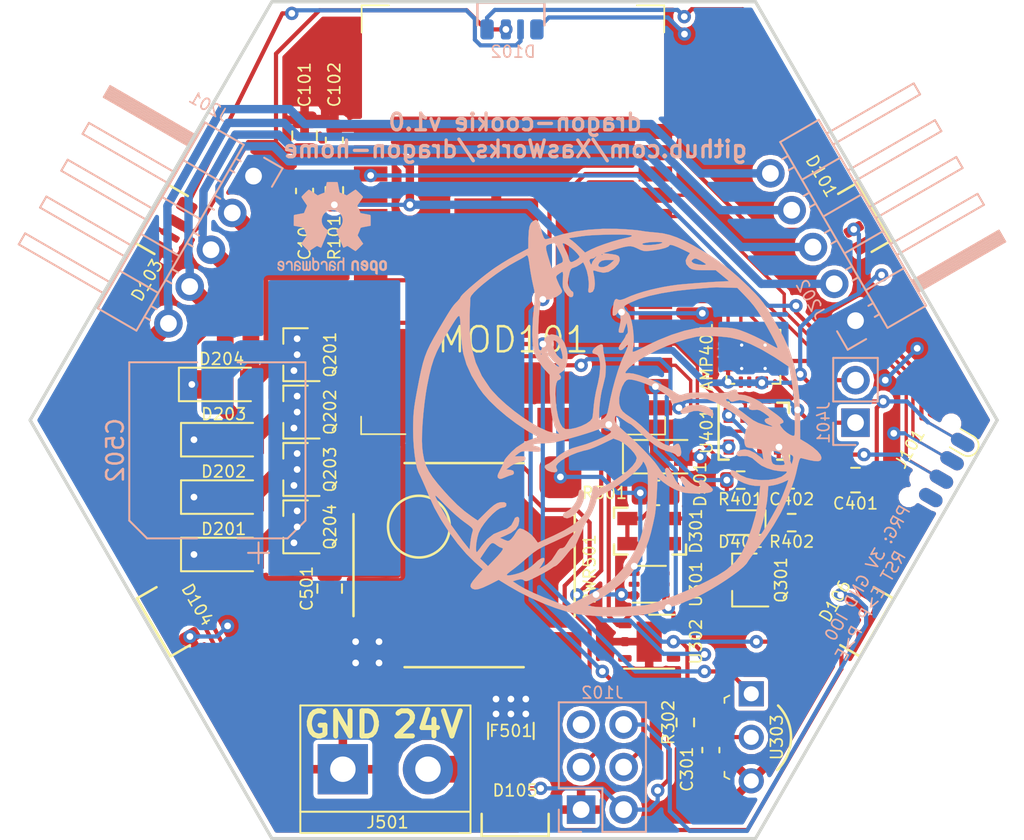
<source format=kicad_pcb>
(kicad_pcb (version 20171130) (host pcbnew 5.0.2+dfsg1-1)
  (layers (0 F.Cu signal) (31 B.Cu signal) (34 B.Paste user) (35 F.Paste user) (36 B.SilkS user) (37 F.SilkS user) (38 B.Mask user) (39 F.Mask user) (44 Edge.Cuts user))
  (net 0 "")
  (net 1 GND)
  (net 2 "Net-(MOD101-Pad17)")
  (net 3 "Net-(MOD101-Pad18)")
  (net 4 "Net-(MOD101-Pad19)")
  (net 5 "Net-(MOD101-Pad20)")
  (net 6 "Net-(MOD101-Pad21)")
  (net 7 "Net-(MOD101-Pad22)")
  (net 8 +3V3)
  (net 9 /RESET)
  (net 10 "Net-(MOD101-Pad4)")
  (net 11 "Net-(MOD101-Pad5)")
  (net 12 "Net-(MOD101-Pad6)")
  (net 13 "Net-(MOD101-Pad7)")
  (net 14 "Net-(MOD101-Pad9)")
  (net 15 "Net-(MOD101-Pad32)")
  (net 16 /BOOT)
  (net 17 "Net-(D301-Pad2)")
  (net 18 "Net-(D301-Pad1)")
  (net 19 "Net-(D101-Pad2)")
  (net 20 "Net-(D102-Pad2)")
  (net 21 "Net-(D103-Pad2)")
  (net 22 "Net-(D104-Pad2)")
  (net 23 "Net-(D105-Pad2)")
  (net 24 "Net-(D204-Pad2)")
  (net 25 "Net-(D203-Pad2)")
  (net 26 "Net-(D202-Pad2)")
  (net 27 "Net-(D201-Pad2)")
  (net 28 "Net-(U302-Pad3)")
  (net 29 "Net-(U302-Pad4)")
  (net 30 "Net-(U301-Pad2)")
  (net 31 "Net-(U301-Pad5)")
  (net 32 +VDC)
  (net 33 "Net-(AMP401-Pad9)")
  (net 34 "Net-(AMP401-Pad10)")
  (net 35 "Net-(PWR501-Pad4)")
  (net 36 "Net-(F501-Pad2)")
  (net 37 "Net-(C402-Pad2)")
  (net 38 "Net-(D401-Pad1)")
  (net 39 "Net-(J101-Pad4)")
  (net 40 "Net-(J101-Pad5)")
  (net 41 PWM_WW)
  (net 42 PWM_B)
  (net 43 PWM_G)
  (net 44 PWM_R)
  (net 45 WS2812_OUT)
  (net 46 I2C_SDA)
  (net 47 I2C_SCL)
  (net 48 E>PROG)
  (net 49 PROG>E)
  (net 50 AUDIO_TX_DATA)
  (net 51 AUDIO_TX_LR)
  (net 52 AUDIO_TX_BCK)
  (net 53 AUDIO_RX_LR)
  (net 54 AUDIO_RX_BCK)
  (net 55 AUDIO_RX_DATA)
  (net 56 MIC_3.3V)
  (net 57 "Net-(C301-Pad2)")
  (net 58 IR>E)
  (net 59 E>IR)
  (net 60 "Net-(J102-Pad5)")
  (net 61 /WS2812_AUX)
  (net 62 AUX_BTN)
  (net 63 AUX_MOTION)
  (module Symbol:OSHW-Logo2_7.3x6mm_SilkScreen (layer B.Cu) (at 137.668 93.5355 180)
    (fp_text reference SYM102 hide)
    (fp_text value SYM_Radioactive_Large hide)
  )
  (module Diode_SMD:D_SOD-123F (layer F.Cu) (at 157.226 107.188)
    (fp_text reference D501 (at 2.413 1.651 90) (layer F.SilkS) (effects (font (size 0.7 0.7) (thickness 0.1))))
    (fp_text value D_Zener)
    (pad 2 smd rect (at 1.4 0) (size 1.1 1.1) (layers F.Cu F.Paste F.Mask) (net 1 GND))
    (pad 1 smd rect (at -1.4 0) (size 1.1 1.1) (layers F.Cu F.Paste F.Mask) (net 8 +3V3))
  )
  (module Capacitor_SMD:CP_Elec_10x12.6 (layer B.Cu) (at 130.81 106.807 90)
    (fp_text reference C502 (at 0 -6.096 90) (layer B.SilkS) (effects (justify mirror)))
    (fp_text value CP)
    (pad 2 smd roundrect (at 4.35 0 90) (size 4.4 1.9) (layers B.Cu B.Paste B.Mask) (roundrect_rratio 0.131579) (net 1 GND))
    (pad 1 smd roundrect (at -4.35 0 90) (size 4.4 1.9) (layers B.Cu B.Paste B.Mask) (roundrect_rratio 0.131579) (net 32 +VDC))
  )
  (module XasPrints:DragonIcon_25mm (layer B.Cu) (at 154.178 105.156)
    (fp_text reference SYM101 hide)
    (fp_text value SYM_Radioactive_Radiation_Small hide)
  )
  (module Connector_PinHeader_2.54mm:PinHeader_2x03_P2.54mm_Vertical (layer B.Cu) (at 152.527 128.27)
    (fp_text reference J102 (at 1.27 -6.985) (layer B.SilkS) (effects (font (size 0.7 0.7) (thickness 0.1)) (justify mirror)))
    (fp_text value Conn_02x03_Odd_Even)
    (pad 6 thru_hole oval (at 2.54 -5.08) (size 1.7 1.7) (drill 1) (layers *.Cu *.Mask) (net 61 /WS2812_AUX))
    (pad 5 thru_hole oval (at 0 -5.08) (size 1.7 1.7) (drill 1) (layers *.Cu *.Mask) (net 60 "Net-(J102-Pad5)"))
    (pad 4 thru_hole oval (at 2.54 -2.54) (size 1.7 1.7) (drill 1) (layers *.Cu *.Mask) (net 63 AUX_MOTION))
    (pad 3 thru_hole oval (at 0 -2.54) (size 1.7 1.7) (drill 1) (layers *.Cu *.Mask) (net 62 AUX_BTN))
    (pad 2 thru_hole oval (at 2.54 0) (size 1.7 1.7) (drill 1) (layers *.Cu *.Mask) (net 8 +3V3))
    (pad 1 thru_hole rect (at 0 0) (size 1.7 1.7) (drill 1) (layers *.Cu *.Mask) (net 1 GND))
  )
  (module Capacitor_SMD:C_0603_1608Metric (layer F.Cu) (at 160.274 124.714 90)
    (fp_text reference C301 (at -1.143 -1.43 90) (layer F.SilkS) (effects (font (size 0.7 0.7) (thickness 0.1))))
    (fp_text value C_Small)
    (pad 2 smd roundrect (at 0.775 0 90) (size 0.9 0.95) (layers F.Cu F.Paste F.Mask) (net 57 "Net-(C301-Pad2)"))
    (pad 1 smd roundrect (at -0.775 0 90) (size 0.9 0.95) (layers F.Cu F.Paste F.Mask) (net 1 GND))
  )
  (module Resistor_SMD:R_0603_1608Metric (layer F.Cu) (at 158.75 123.063 90)
    (fp_text reference R302 (at 0 -1.016 90) (layer F.SilkS) (effects (font (size 0.7 0.7) (thickness 0.1))))
    (fp_text value R_Small)
    (pad 2 smd roundrect (at 0.825 0 90) (size 0.8 0.95) (layers F.Cu F.Paste F.Mask) (net 8 +3V3))
    (pad 1 smd roundrect (at -0.825 0 90) (size 0.8 0.95) (layers F.Cu F.Paste F.Mask) (net 57 "Net-(C301-Pad2)"))
  )
  (module Capacitor_SMD:C_0805_2012Metric (layer F.Cu) (at 137.5156 115.062 90)
    (fp_text reference C501 (at 0 -1.3716 90) (layer F.SilkS) (effects (font (size 0.7 0.7) (thickness 0.1))))
    (fp_text value 10uF)
    (pad 2 smd roundrect (at 0.95 0 90) (size 1 1.45) (layers F.Cu F.Paste F.Mask) (net 1 GND))
    (pad 1 smd roundrect (at -0.95 0 90) (size 1 1.45) (layers F.Cu F.Paste F.Mask) (net 32 +VDC))
  )
  (module Capacitor_SMD:C_0805_2012Metric (layer F.Cu) (at 168.91 108.585 180)
    (fp_text reference C401 (at 0 -1.397 180) (layer F.SilkS) (effects (font (size 0.7 0.7) (thickness 0.1))))
    (fp_text value C_Small)
    (pad 2 smd roundrect (at 0.95 0 180) (size 1 1.45) (layers F.Cu F.Paste F.Mask) (net 1 GND))
    (pad 1 smd roundrect (at -0.95 0 180) (size 1 1.45) (layers F.Cu F.Paste F.Mask) (net 8 +3V3))
  )
  (module SOICBite:SOIC_clipProgSmall (layer F.Cu) (at 175.005794 108.356251 60)
    (fp_text reference J101 (at 0 -3.302 60) (layer F.SilkS) (effects (font (size 0.7 0.7) (thickness 0.1))))
    (fp_text value Conn_02x04_Counter_Clockwise)
    (pad "" np_thru_hole circle (at 2.54 -1.905 60) (size 0.7 0.7) (drill 0.7) (layers *.Cu *.Mask))
    (pad "" np_thru_hole circle (at 1.27 -1.905 60) (size 0.7 0.7) (drill 0.7) (layers *.Cu *.Mask))
    (pad "" np_thru_hole circle (at 0 -1.905 60) (size 0.7 0.7) (drill 0.7) (layers *.Cu *.Mask))
    (pad "" np_thru_hole circle (at -1.27 -1.905 60) (size 0.7 0.7) (drill 0.7) (layers *.Cu *.Mask))
    (pad "" np_thru_hole circle (at -2.54 -1.905 60) (size 0.7 0.7) (drill 0.7) (layers *.Cu *.Mask))
    (pad 8 smd oval (at 1.905 -0.75 60) (size 0.8 1.5) (layers B.Cu B.Mask) (net 8 +3V3))
    (pad 7 smd oval (at 0.635 -0.75 60) (size 0.8 1.5) (layers B.Cu B.Mask) (net 1 GND))
    (pad 6 smd oval (at -0.635 -0.75 60) (size 0.8 1.5) (layers B.Cu B.Mask) (net 16 /BOOT))
    (pad 1 smd oval (at 1.905 -0.75 60) (size 0.8 1.5) (layers F.Cu F.Mask) (net 9 /RESET))
    (pad 2 smd oval (at 0.635 -0.75 60) (size 0.8 1.5) (layers F.Cu F.Mask) (net 48 E>PROG))
    (pad 3 smd oval (at -0.635 -0.75 60) (size 0.8 1.5) (layers F.Cu F.Mask) (net 49 PROG>E))
    (pad 4 smd oval (at -1.905 -0.75 60) (size 0.8 1.5) (layers F.Cu F.Mask) (net 39 "Net-(J101-Pad4)"))
    (pad 5 smd oval (at -1.905 -0.75 60) (size 0.8 1.5) (layers B.Cu B.Mask) (net 40 "Net-(J101-Pad5)"))
  )
  (module digikey-footprints:TO-92-3_Formed_Leads (layer F.Cu) (at 162.687 121.352 270)
    (fp_text reference U303 (at 2.6 -1.524 270) (layer F.SilkS) (effects (font (size 0.7 0.7) (thickness 0.1))))
    (fp_text value TSSP58038)
    (pad 1 thru_hole rect (at 0 0 90) (size 1.5 1.5) (drill 0.9) (layers *.Cu *.Mask) (net 58 IR>E))
    (pad 3 thru_hole circle (at 5.2 0 90) (size 1.5 1.5) (drill 0.9) (layers *.Cu *.Mask) (net 1 GND))
    (pad 2 thru_hole circle (at 2.6 0 90) (size 1.5 1.5) (drill 0.9) (layers *.Cu *.Mask) (net 57 "Net-(C301-Pad2)"))
  )
  (module Capacitor_SMD:C_0603_1608Metric (layer F.Cu) (at 137.795 88.265 90)
    (fp_text reference C102 (at 3.302 0 90) (layer F.SilkS) (effects (font (size 0.7 0.7) (thickness 0.1))))
    (fp_text value C_Small)
    (pad 2 smd roundrect (at 0.775 0 90) (size 0.9 0.95) (layers F.Cu F.Paste F.Mask) (net 1 GND))
    (pad 1 smd roundrect (at -0.775 0 90) (size 0.9 0.95) (layers F.Cu F.Paste F.Mask) (net 8 +3V3))
  )
  (module Capacitor_SMD:C_0603_1608Metric (layer F.Cu) (at 136.017 91.313 270)
    (fp_text reference C103 (at 2.794 0 270) (layer F.SilkS) (effects (font (size 0.7 0.7) (thickness 0.1))))
    (fp_text value C_Small)
    (pad 2 smd roundrect (at 0.775 0 270) (size 0.9 0.95) (layers F.Cu F.Paste F.Mask) (net 1 GND))
    (pad 1 smd roundrect (at -0.775 0 270) (size 0.9 0.95) (layers F.Cu F.Paste F.Mask) (net 9 /RESET))
  )
  (module Capacitor_SMD:C_0805_2012Metric (layer F.Cu) (at 136.017 88.011 90)
    (fp_text reference C101 (at 3.048 0 90) (layer F.SilkS) (effects (font (size 0.7 0.7) (thickness 0.1))))
    (fp_text value C)
    (pad 2 smd roundrect (at 0.95 0 90) (size 1 1.45) (layers F.Cu F.Paste F.Mask) (net 1 GND))
    (pad 1 smd roundrect (at -0.95 0 90) (size 1 1.45) (layers F.Cu F.Paste F.Mask) (net 8 +3V3))
  )
  (module Resistor_SMD:R_0603_1608Metric (layer F.Cu) (at 137.795 91.313 90)
    (fp_text reference R101 (at -2.794 0 90) (layer F.SilkS) (effects (font (size 0.7 0.7) (thickness 0.1))))
    (fp_text value R_Small)
    (pad 2 smd roundrect (at 0.825 0 90) (size 0.8 0.95) (layers F.Cu F.Paste F.Mask) (net 9 /RESET))
    (pad 1 smd roundrect (at -0.825 0 90) (size 0.8 0.95) (layers F.Cu F.Paste F.Mask) (net 8 +3V3))
  )
  (module Resistor_SMD:R_0805_2012Metric (layer F.Cu) (at 156.972 109.347)
    (fp_text reference R301 (at -3.048 0 180) (layer F.SilkS) (effects (font (size 0.7 0.7) (thickness 0.1))))
    (fp_text value 12R)
    (pad 2 smd roundrect (at 0.9125 0) (size 1.025 1.4) (layers F.Cu F.Paste F.Mask) (roundrect_rratio 0.243902) (net 17 "Net-(D301-Pad2)"))
    (pad 1 smd roundrect (at -0.9125 0) (size 1.025 1.4) (layers F.Cu F.Paste F.Mask) (roundrect_rratio 0.243902) (net 8 +3V3))
  )
  (module Capacitor_SMD:C_0603_1608Metric (layer F.Cu) (at 165.1 108.585 180)
    (fp_text reference C402 (at 0 -1.143 180) (layer F.SilkS) (effects (font (size 0.7 0.7) (thickness 0.1))))
    (fp_text value C_Small)
    (pad 2 smd roundrect (at 0.775 0 180) (size 0.9 0.95) (layers F.Cu F.Paste F.Mask) (net 37 "Net-(C402-Pad2)"))
    (pad 1 smd roundrect (at -0.775 0 180) (size 0.9 0.95) (layers F.Cu F.Paste F.Mask) (net 1 GND))
  )
  (module LED_SMD:LED_0603_1608Metric (layer F.Cu) (at 162.052 111.125 180)
    (fp_text reference D401 (at 0 -1.143 180) (layer F.SilkS) (effects (font (size 0.7 0.7) (thickness 0.1))))
    (fp_text value LED)
    (pad 2 smd roundrect (at 0.7875 0 180) (size 0.875 0.95) (layers F.Cu F.Paste F.Mask) (net 56 MIC_3.3V))
    (pad 1 smd roundrect (at -0.7875 0 180) (size 0.875 0.95) (layers F.Cu F.Paste F.Mask) (net 38 "Net-(D401-Pad1)"))
  )
  (module Resistor_SMD:R_0603_1608Metric (layer F.Cu) (at 165.099999 111.125)
    (fp_text reference R402 (at 0 1.143) (layer F.SilkS) (effects (font (size 0.7 0.7) (thickness 0.1))))
    (fp_text value R_Small)
    (pad 2 smd roundrect (at 0.825 0) (size 0.8 0.95) (layers F.Cu F.Paste F.Mask) (net 1 GND))
    (pad 1 smd roundrect (at -0.825 0) (size 0.8 0.95) (layers F.Cu F.Paste F.Mask) (net 38 "Net-(D401-Pad1)"))
  )
  (module Resistor_SMD:R_0603_1608Metric (layer F.Cu) (at 162.052 108.585)
    (fp_text reference R401 (at 0 1.143) (layer F.SilkS) (effects (font (size 0.7 0.7) (thickness 0.1))))
    (fp_text value R_Small)
    (pad 2 smd roundrect (at 0.825 0) (size 0.8 0.95) (layers F.Cu F.Paste F.Mask) (net 37 "Net-(C402-Pad2)"))
    (pad 1 smd roundrect (at -0.825 0) (size 0.8 0.95) (layers F.Cu F.Paste F.Mask) (net 56 MIC_3.3V))
  )
  (module Package_DFN_QFN:QFN-16-1EP_3x3mm_P0.5mm_EP1.9x1.9mm_ThermalVias (layer F.Cu) (at 162.814 101.219)
    (fp_text reference AMP401 (at -2.794 0 90) (layer F.SilkS) (effects (font (size 0.7 0.7) (thickness 0.1))))
    (fp_text value MAX98357A)
    (pad 17 smd rect (at 0 0) (size 1.9 1.9) (layers B.Cu) (net 1 GND))
    (pad 17 thru_hole circle (at 0.7 0.7) (size 0.5 0.5) (drill 0.2) (layers *.Cu) (net 1 GND))
    (pad 17 thru_hole circle (at -0.7 0.7) (size 0.5 0.5) (drill 0.2) (layers *.Cu) (net 1 GND))
    (pad 17 thru_hole circle (at 0.7 -0.7) (size 0.5 0.5) (drill 0.2) (layers *.Cu) (net 1 GND))
    (pad 17 thru_hole circle (at -0.7 -0.7) (size 0.5 0.5) (drill 0.2) (layers *.Cu) (net 1 GND))
    (pad 17 smd rect (at 0 0) (size 1.9 1.9) (layers F.Cu F.Mask) (net 1 GND))
    (pad 16 smd roundrect (at -0.75 -1.5125) (size 0.25 0.675) (layers F.Cu F.Paste F.Mask) (net 52 AUDIO_TX_BCK))
    (pad 15 smd roundrect (at -0.25 -1.5125) (size 0.25 0.675) (layers F.Cu F.Paste F.Mask) (net 1 GND))
    (pad 14 smd roundrect (at 0.25 -1.5125) (size 0.25 0.675) (layers F.Cu F.Paste F.Mask) (net 51 AUDIO_TX_LR))
    (pad 13 smd roundrect (at 0.75 -1.5125) (size 0.25 0.675) (layers F.Cu F.Paste F.Mask))
    (pad 12 smd roundrect (at 1.5125 -0.75) (size 0.675 0.25) (layers F.Cu F.Paste F.Mask))
    (pad 11 smd roundrect (at 1.5125 -0.25) (size 0.675 0.25) (layers F.Cu F.Paste F.Mask) (net 1 GND))
    (pad 10 smd roundrect (at 1.5125 0.25) (size 0.675 0.25) (layers F.Cu F.Paste F.Mask) (net 34 "Net-(AMP401-Pad10)"))
    (pad 9 smd roundrect (at 1.5125 0.75) (size 0.675 0.25) (layers F.Cu F.Paste F.Mask) (net 33 "Net-(AMP401-Pad9)"))
    (pad 8 smd roundrect (at 0.75 1.5125) (size 0.25 0.675) (layers F.Cu F.Paste F.Mask) (net 8 +3V3))
    (pad 7 smd roundrect (at 0.25 1.5125) (size 0.25 0.675) (layers F.Cu F.Paste F.Mask) (net 8 +3V3))
    (pad 6 smd roundrect (at -0.25 1.5125) (size 0.25 0.675) (layers F.Cu F.Paste F.Mask))
    (pad 5 smd roundrect (at -0.75 1.5125) (size 0.25 0.675) (layers F.Cu F.Paste F.Mask))
    (pad 4 smd roundrect (at -1.5125 0.75) (size 0.675 0.25) (layers F.Cu F.Paste F.Mask) (net 8 +3V3))
    (pad 3 smd roundrect (at -1.5125 0.25) (size 0.675 0.25) (layers F.Cu F.Paste F.Mask) (net 1 GND))
    (pad 2 smd roundrect (at -1.5125 -0.25) (size 0.675 0.25) (layers F.Cu F.Paste F.Mask) (net 1 GND))
    (pad 1 smd roundrect (at -1.5125 -0.75) (size 0.675 0.25) (layers F.Cu F.Paste F.Mask) (net 50 AUDIO_TX_DATA))
  )
  (module Fuse:Fuse_1210_3225Metric_Castellated (layer F.Cu) (at 148.336 123.571 270)
    (fp_text reference F501 (at 0 0) (layer F.SilkS) (effects (font (size 0.7 0.7) (thickness 0.1))))
    (fp_text value Fuse)
    (pad 2 smd roundrect (at 1.425 0 270) (size 1.6 2.55) (layers F.Cu F.Paste F.Mask) (roundrect_rratio 0.15625) (net 36 "Net-(F501-Pad2)"))
    (pad 1 smd roundrect (at -1.425 0 270) (size 1.6 2.55) (layers F.Cu F.Paste F.Mask) (roundrect_rratio 0.15625) (net 32 +VDC))
  )
  (module TerminalBlock:TerminalBlock_bornier-2_P5.08mm (layer F.Cu) (at 138.303 125.857)
    (fp_text reference J501 (at 2.667 3.175 180) (layer F.SilkS) (effects (font (size 0.7 0.7) (thickness 0.1))))
    (fp_text value Screw_Terminal_01x02)
    (pad 2 thru_hole circle (at 5.08 0) (size 3 3) (drill 1.52) (layers *.Cu *.Mask) (net 36 "Net-(F501-Pad2)"))
    (pad 1 thru_hole rect (at 0 0) (size 3 3) (drill 1.52) (layers *.Cu *.Mask) (net 1 GND))
  )
  (module XasPrints:ROF-78E (layer F.Cu) (at 145.542 113.665 90)
    (fp_text reference PWR501 (at -0.254 7.493 270) (layer F.SilkS) (effects (font (size 0.7 0.7) (thickness 0.1))))
    (fp_text value ROF-78E3.3-0.5SMD-R)
    (pad 1 smd roundrect (at -5.25 -5.75 90) (size 2.5 2.5) (layers F.Cu F.Paste F.Mask) (net 32 +VDC))
    (pad 4 smd roundrect (at -5.25 5.75 90) (size 2.5 2.5) (layers F.Cu F.Paste F.Mask) (net 35 "Net-(PWR501-Pad4)"))
    (pad 2 smd roundrect (at 5.25 -5.75 90) (size 2.5 2.5) (layers F.Cu F.Paste F.Mask) (net 1 GND))
    (pad 3 smd roundrect (at 5.25 5.75 90) (size 2.5 2.5) (layers F.Cu F.Paste F.Mask) (net 8 +3V3))
  )
  (module Connector_PinHeader_2.54mm:PinHeader_1x02_P2.54mm_Vertical (layer B.Cu) (at 168.91 105.156)
    (fp_text reference J401 (at -1.905 0 90) (layer B.SilkS) (effects (font (size 0.7 0.7) (thickness 0.1)) (justify mirror)))
    (fp_text value Conn_01x02_Female)
    (pad 2 thru_hole oval (at 0 -2.54) (size 1.7 1.7) (drill 1) (layers *.Cu *.Mask) (net 34 "Net-(AMP401-Pad10)"))
    (pad 1 thru_hole rect (at 0 0) (size 1.7 1.7) (drill 1) (layers *.Cu *.Mask) (net 33 "Net-(AMP401-Pad9)"))
  )
  (module Connector_PinHeader_2.54mm:PinHeader_1x05_P2.54mm_Horizontal (layer B.Cu) (at 168.91 99.06 30)
    (fp_text reference J202 (at -1.67469 -2.433352 120) (layer B.SilkS) (effects (font (size 0.7 0.7) (thickness 0.1)) (justify mirror)))
    (fp_text value Conn_01x05)
    (pad 5 thru_hole oval (at 0 -10.16 30) (size 1.7 1.7) (drill 1) (layers *.Cu *.Mask) (net 27 "Net-(D201-Pad2)"))
    (pad 4 thru_hole oval (at 0 -7.62 30) (size 1.7 1.7) (drill 1) (layers *.Cu *.Mask) (net 26 "Net-(D202-Pad2)"))
    (pad 3 thru_hole oval (at 0 -5.08 30) (size 1.7 1.7) (drill 1) (layers *.Cu *.Mask) (net 25 "Net-(D203-Pad2)"))
    (pad 2 thru_hole oval (at 0 -2.54 30) (size 1.7 1.7) (drill 1) (layers *.Cu *.Mask) (net 24 "Net-(D204-Pad2)"))
    (pad 1 thru_hole rect (at 0 0 30) (size 1.7 1.7) (drill 1) (layers *.Cu *.Mask) (net 32 +VDC))
  )
  (module Connector_PinHeader_2.54mm:PinHeader_1x05_P2.54mm_Horizontal (layer B.Cu) (at 132.969 90.424 150)
    (fp_text reference J201 (at 4.384999 2.27 150) (layer B.SilkS) (effects (font (size 0.7 0.7) (thickness 0.1)) (justify mirror)))
    (fp_text value Conn_01x05)
    (pad 5 thru_hole oval (at 0 -10.16 150) (size 1.7 1.7) (drill 1) (layers *.Cu *.Mask) (net 27 "Net-(D201-Pad2)"))
    (pad 4 thru_hole oval (at 0 -7.62 150) (size 1.7 1.7) (drill 1) (layers *.Cu *.Mask) (net 26 "Net-(D202-Pad2)"))
    (pad 3 thru_hole oval (at 0 -5.08 150) (size 1.7 1.7) (drill 1) (layers *.Cu *.Mask) (net 25 "Net-(D203-Pad2)"))
    (pad 2 thru_hole oval (at 0 -2.54 150) (size 1.7 1.7) (drill 1) (layers *.Cu *.Mask) (net 24 "Net-(D204-Pad2)"))
    (pad 1 thru_hole rect (at 0 0 150) (size 1.7 1.7) (drill 1) (layers *.Cu *.Mask) (net 32 +VDC))
  )
  (module Diode_SMD:D_MiniMELF (layer F.Cu) (at 131.191 109.601)
    (fp_text reference D202 (at 0 -1.524) (layer F.SilkS) (effects (font (size 0.7 0.7) (thickness 0.1))))
    (fp_text value LL4148-GS08)
    (pad 2 smd rect (at 1.75 0) (size 1.3 1.7) (layers F.Cu F.Paste F.Mask) (net 26 "Net-(D202-Pad2)"))
    (pad 1 smd rect (at -1.75 0) (size 1.3 1.7) (layers F.Cu F.Paste F.Mask) (net 32 +VDC))
  )
  (module Diode_SMD:D_MiniMELF (layer F.Cu) (at 131.191001 106.172)
    (fp_text reference D203 (at -0.000001 -1.524) (layer F.SilkS) (effects (font (size 0.7 0.7) (thickness 0.1))))
    (fp_text value LL4148-GS08)
    (pad 2 smd rect (at 1.75 0) (size 1.3 1.7) (layers F.Cu F.Paste F.Mask) (net 25 "Net-(D203-Pad2)"))
    (pad 1 smd rect (at -1.75 0) (size 1.3 1.7) (layers F.Cu F.Paste F.Mask) (net 32 +VDC))
  )
  (module Diode_SMD:D_MiniMELF (layer F.Cu) (at 131.064001 102.870001)
    (fp_text reference D204 (at -0.000001 -1.524001) (layer F.SilkS) (effects (font (size 0.7 0.7) (thickness 0.1))))
    (fp_text value LL4148-GS08)
    (pad 2 smd rect (at 1.75 0) (size 1.3 1.7) (layers F.Cu F.Paste F.Mask) (net 24 "Net-(D204-Pad2)"))
    (pad 1 smd rect (at -1.75 0) (size 1.3 1.7) (layers F.Cu F.Paste F.Mask) (net 32 +VDC))
  )
  (module Diode_SMD:D_MiniMELF (layer F.Cu) (at 131.191 113.03)
    (fp_text reference D201 (at 0 -1.524) (layer F.SilkS) (effects (font (size 0.7 0.7) (thickness 0.1))))
    (fp_text value LL4148-GS08)
    (pad 2 smd rect (at 1.75 0) (size 1.3 1.7) (layers F.Cu F.Paste F.Mask) (net 27 "Net-(D201-Pad2)"))
    (pad 1 smd rect (at -1.75 0) (size 1.3 1.7) (layers F.Cu F.Paste F.Mask) (net 32 +VDC))
  )
  (module OptoDevice:Lite-On_LTR-303ALS-01 (layer F.Cu) (at 156.591 114.808)
    (fp_text reference U301 (at 2.794 0 90) (layer F.SilkS) (effects (font (size 0.7 0.7) (thickness 0.1))))
    (fp_text value LTR-303ALS-01)
    (pad 6 smd roundrect (at 0.9 -0.65) (size 0.65 0.3) (layers F.Cu F.Paste F.Mask) (net 46 I2C_SDA))
    (pad 5 smd roundrect (at 0.9 0) (size 0.65 0.3) (layers F.Cu F.Paste F.Mask) (net 31 "Net-(U301-Pad5)"))
    (pad 4 smd roundrect (at 0.9 0.65) (size 0.65 0.3) (layers F.Cu F.Paste F.Mask) (net 47 I2C_SCL))
    (pad 3 smd roundrect (at -0.9 0.65) (size 0.65 0.3) (layers F.Cu F.Paste F.Mask) (net 1 GND))
    (pad 2 smd roundrect (at -0.9 0) (size 0.65 0.3) (layers F.Cu F.Paste F.Mask) (net 30 "Net-(U301-Pad2)"))
    (pad 1 smd roundrect (at -0.9 -0.65) (size 0.65 0.3) (layers F.Cu F.Paste F.Mask) (net 8 +3V3))
  )
  (module Package_DFN_QFN:DFN-6-1EP_3x3mm_P1mm_EP1.5x2.4mm (layer F.Cu) (at 156.591 118.237)
    (fp_text reference U302 (at 2.794 0 90) (layer F.SilkS) (effects (font (size 0.7 0.7) (thickness 0.1))))
    (fp_text value Si7020-A20)
    (pad 7 smd rect (at 0 0) (size 1.5 2.4) (layers F.Cu F.Mask) (net 1 GND))
    (pad 6 smd roundrect (at 1.45 -1) (size 0.8 0.4) (layers F.Cu F.Paste F.Mask) (net 47 I2C_SCL))
    (pad 5 smd roundrect (at 1.45 0) (size 0.8 0.4) (layers F.Cu F.Paste F.Mask) (net 8 +3V3))
    (pad 4 smd roundrect (at 1.45 1) (size 0.8 0.4) (layers F.Cu F.Paste F.Mask) (net 29 "Net-(U302-Pad4)"))
    (pad 3 smd roundrect (at -1.45 1) (size 0.8 0.4) (layers F.Cu F.Paste F.Mask) (net 28 "Net-(U302-Pad3)"))
    (pad 2 smd roundrect (at -1.45 0) (size 0.8 0.4) (layers F.Cu F.Paste F.Mask) (net 1 GND))
    (pad 1 smd roundrect (at -1.45 -1) (size 0.8 0.4) (layers F.Cu F.Paste F.Mask) (net 46 I2C_SDA))
  )
  (module Package_TO_SOT_SMD:SOT-23 (layer F.Cu) (at 162.306 114.554 180)
    (fp_text reference Q301 (at -2.159 0 90) (layer F.SilkS) (effects (font (size 0.7 0.7) (thickness 0.1))))
    (fp_text value DMN3404L-7)
    (pad 3 smd rect (at 1 0 180) (size 0.9 0.8) (layers F.Cu F.Paste F.Mask) (net 18 "Net-(D301-Pad1)"))
    (pad 2 smd rect (at -1 0.95 180) (size 0.9 0.8) (layers F.Cu F.Paste F.Mask) (net 1 GND))
    (pad 1 smd rect (at -1 -0.95 180) (size 0.9 0.8) (layers F.Cu F.Paste F.Mask) (net 59 E>IR))
  )
  (module Package_TO_SOT_SMD:SOT-23 (layer F.Cu) (at 135.509 111.379 180)
    (fp_text reference Q204 (at -2.032 0 270) (layer F.SilkS) (effects (font (size 0.7 0.7) (thickness 0.1))))
    (fp_text value DMN3404L-7)
    (pad 3 smd rect (at 1 0 180) (size 0.9 0.8) (layers F.Cu F.Paste F.Mask) (net 27 "Net-(D201-Pad2)"))
    (pad 2 smd rect (at -1 0.95 180) (size 0.9 0.8) (layers F.Cu F.Paste F.Mask) (net 1 GND))
    (pad 1 smd rect (at -1 -0.95 180) (size 0.9 0.8) (layers F.Cu F.Paste F.Mask) (net 41 PWM_WW))
  )
  (module Package_TO_SOT_SMD:SOT-23 (layer F.Cu) (at 135.509 107.95 180)
    (fp_text reference Q203 (at -2.032 0 270) (layer F.SilkS) (effects (font (size 0.7 0.7) (thickness 0.1))))
    (fp_text value DMN3404L-7)
    (pad 3 smd rect (at 1 0 180) (size 0.9 0.8) (layers F.Cu F.Paste F.Mask) (net 26 "Net-(D202-Pad2)"))
    (pad 2 smd rect (at -1 0.95 180) (size 0.9 0.8) (layers F.Cu F.Paste F.Mask) (net 1 GND))
    (pad 1 smd rect (at -1 -0.95 180) (size 0.9 0.8) (layers F.Cu F.Paste F.Mask) (net 42 PWM_B))
  )
  (module Package_TO_SOT_SMD:SOT-23 (layer F.Cu) (at 135.509 104.521 180)
    (fp_text reference Q202 (at -2.032 0 270) (layer F.SilkS) (effects (font (size 0.7 0.7) (thickness 0.1))))
    (fp_text value DMN3404L-7)
    (pad 3 smd rect (at 1 0 180) (size 0.9 0.8) (layers F.Cu F.Paste F.Mask) (net 25 "Net-(D203-Pad2)"))
    (pad 2 smd rect (at -1 0.95 180) (size 0.9 0.8) (layers F.Cu F.Paste F.Mask) (net 1 GND))
    (pad 1 smd rect (at -1 -0.95 180) (size 0.9 0.8) (layers F.Cu F.Paste F.Mask) (net 43 PWM_G))
  )
  (module Package_TO_SOT_SMD:SOT-23 (layer F.Cu) (at 135.509 101.092 180)
    (fp_text reference Q201 (at -2.032 0 270) (layer F.SilkS) (effects (font (size 0.7 0.7) (thickness 0.1))))
    (fp_text value DMN3404L-7)
    (pad 3 smd rect (at 1 0 180) (size 0.9 0.8) (layers F.Cu F.Paste F.Mask) (net 24 "Net-(D204-Pad2)"))
    (pad 2 smd rect (at -1 0.95 180) (size 0.9 0.8) (layers F.Cu F.Paste F.Mask) (net 1 GND))
    (pad 1 smd rect (at -1 -0.95 180) (size 0.9 0.8) (layers F.Cu F.Paste F.Mask) (net 44 PWM_R))
  )
  (module XasPrints:CMM-4030 (layer F.Cu) (at 164.338 105.664 90)
    (fp_text reference U401 (at 0 -4.318 90) (layer F.SilkS) (effects (font (size 0.7 0.7) (thickness 0.1))))
    (fp_text value CMM-4030)
    (pad 8 smd rect (at -0.95 0 90) (size 0.9 0.6) (layers F.Cu F.Paste F.Mask) (net 37 "Net-(C402-Pad2)"))
    (pad 7 smd rect (at -0.95 -1 90) (size 0.9 0.6) (layers F.Cu F.Paste F.Mask) (net 55 AUDIO_RX_DATA))
    (pad 6 smd rect (at -0.95 -2 90) (size 0.9 0.6) (layers F.Cu F.Paste F.Mask) (net 54 AUDIO_RX_BCK))
    (pad 5 smd rect (at -0.95 -3 90) (size 0.9 0.6) (layers F.Cu F.Paste F.Mask) (net 1 GND))
    (pad 4 smd rect (at 0.95 -3 90) (size 0.9 0.6) (layers F.Cu F.Paste F.Mask) (net 37 "Net-(C402-Pad2)"))
    (pad 3 smd rect (at 0.95 -2 90) (size 0.9 0.6) (layers F.Cu F.Paste F.Mask) (net 53 AUDIO_RX_LR))
    (pad 2 smd rect (at 0.95 -1 90) (size 0.9 0.6) (layers F.Cu F.Paste F.Mask))
    (pad 1 smd rect (at 0.95 0 90) (size 0.9 0.6) (layers F.Cu F.Paste F.Mask) (net 1 GND))
  )
  (module XasPrints:IN-PI42TAS (layer F.Cu) (at 168.783 116.586 240)
    (fp_text reference D106 (at -0.127 1.3335 240) (layer F.SilkS) (effects (font (size 0.7 0.7) (thickness 0.1))))
    (fp_text value IN-PI42TAS)
    (pad 3 smd roundrect (at -1.55 0 240) (size 0.8 1.2) (layers F.Cu F.Paste F.Mask) (net 1 GND))
    (pad 4 smd roundrect (at 1.425 0 240) (size 0.8 1.2) (layers F.Cu F.Paste F.Mask) (net 23 "Net-(D105-Pad2)"))
    (pad 2 smd roundrect (at -0.575 0 240) (size 0.4 1.2) (layers F.Cu F.Paste F.Mask) (net 61 /WS2812_AUX))
    (pad 1 smd roundrect (at 0.3 0 240) (size 0.6 1.2) (layers F.Cu F.Paste F.Mask) (net 8 +3V3))
  )
  (module XasPrints:IN-PI42TAS (layer F.Cu) (at 148.59 128.27 180)
    (fp_text reference D105 (at 0 1.143 180) (layer F.SilkS) (effects (font (size 0.7 0.7) (thickness 0.1))))
    (fp_text value IN-PI42TAS)
    (pad 3 smd roundrect (at -1.55 0 180) (size 0.8 1.2) (layers F.Cu F.Paste F.Mask) (net 1 GND))
    (pad 4 smd roundrect (at 1.425 0 180) (size 0.8 1.2) (layers F.Cu F.Paste F.Mask) (net 22 "Net-(D104-Pad2)"))
    (pad 2 smd roundrect (at -0.575 0 180) (size 0.4 1.2) (layers F.Cu F.Paste F.Mask) (net 23 "Net-(D105-Pad2)"))
    (pad 1 smd roundrect (at 0.3 0 180) (size 0.6 1.2) (layers F.Cu F.Paste F.Mask) (net 8 +3V3))
  )
  (module XasPrints:IN-PI42TAS (layer F.Cu) (at 128.397 116.586 120)
    (fp_text reference D104 (at -0.127 1.3335 120) (layer F.SilkS) (effects (font (size 0.7 0.7) (thickness 0.1))))
    (fp_text value IN-PI42TAS)
    (pad 3 smd roundrect (at -1.55 0 120) (size 0.8 1.2) (layers F.Cu F.Paste F.Mask) (net 1 GND))
    (pad 4 smd roundrect (at 1.425 0 120) (size 0.8 1.2) (layers F.Cu F.Paste F.Mask) (net 21 "Net-(D103-Pad2)"))
    (pad 2 smd roundrect (at -0.575 0 120) (size 0.4 1.2) (layers F.Cu F.Paste F.Mask) (net 22 "Net-(D104-Pad2)"))
    (pad 1 smd roundrect (at 0.3 0 120) (size 0.6 1.2) (layers F.Cu F.Paste F.Mask) (net 8 +3V3))
  )
  (module XasPrints:IN-PI42TAS (layer F.Cu) (at 128.27 93.472 60)
    (fp_text reference D103 (at -3.575131 0.157692 60) (layer F.SilkS) (effects (font (size 0.7 0.7) (thickness 0.1))))
    (fp_text value IN-PI42TAS)
    (pad 3 smd roundrect (at -1.55 0 60) (size 0.8 1.2) (layers F.Cu F.Paste F.Mask) (net 1 GND))
    (pad 4 smd roundrect (at 1.425 0 60) (size 0.8 1.2) (layers F.Cu F.Paste F.Mask) (net 20 "Net-(D102-Pad2)"))
    (pad 2 smd roundrect (at -0.575 0 60) (size 0.4 1.2) (layers F.Cu F.Paste F.Mask) (net 21 "Net-(D103-Pad2)"))
    (pad 1 smd roundrect (at 0.3 0 60) (size 0.6 1.2) (layers F.Cu F.Paste F.Mask) (net 8 +3V3))
  )
  (module XasPrints:IN-PI42TAS (layer B.Cu) (at 148.336 81.661 180)
    (fp_text reference D102 (at -0.127 -1.3335 180) (layer B.SilkS) (effects (font (size 0.7 0.7) (thickness 0.1)) (justify mirror)))
    (fp_text value IN-PI42TAS)
    (pad 3 smd roundrect (at -1.55 0 180) (size 0.8 1.2) (layers B.Cu B.Paste B.Mask) (net 1 GND))
    (pad 4 smd roundrect (at 1.425 0 180) (size 0.8 1.2) (layers B.Cu B.Paste B.Mask) (net 19 "Net-(D101-Pad2)"))
    (pad 2 smd roundrect (at -0.575 0 180) (size 0.4 1.2) (layers B.Cu B.Paste B.Mask) (net 20 "Net-(D102-Pad2)"))
    (pad 1 smd roundrect (at 0.3 0 180) (size 0.6 1.2) (layers B.Cu B.Paste B.Mask) (net 8 +3V3))
  )
  (module XasPrints:IN-PI42TAS (layer F.Cu) (at 168.656 93.345 300)
    (fp_text reference D101 (at -3.41866 0.079293 300) (layer F.SilkS) (effects (font (size 0.7 0.7) (thickness 0.1))))
    (fp_text value IN-PI42TAS)
    (pad 3 smd roundrect (at -1.55 0 300) (size 0.8 1.2) (layers F.Cu F.Paste F.Mask) (net 1 GND))
    (pad 4 smd roundrect (at 1.425 0 300) (size 0.8 1.2) (layers F.Cu F.Paste F.Mask) (net 45 WS2812_OUT))
    (pad 2 smd roundrect (at -0.575 0 300) (size 0.4 1.2) (layers F.Cu F.Paste F.Mask) (net 19 "Net-(D101-Pad2)"))
    (pad 1 smd roundrect (at 0.3 0 300) (size 0.6 1.2) (layers F.Cu F.Paste F.Mask) (net 8 +3V3))
  )
  (module "XasPrints:SFH 4240" (layer F.Cu) (at 156.591 111.633 90)
    (fp_text reference D301 (at 0 2.794 90) (layer F.SilkS) (effects (font (size 0.7 0.7) (thickness 0.1))))
    (fp_text value "SFH 4240-Z")
    (pad 2 smd rect (at -0.75 1.3 90) (size 0.8 1.2) (layers F.Cu F.Paste F.Mask) (net 17 "Net-(D301-Pad2)"))
    (pad 2 smd rect (at -0.75 -1.3 90) (size 0.8 1.2) (layers F.Cu F.Paste F.Mask) (net 17 "Net-(D301-Pad2)"))
    (pad 2 smd rect (at 0.75 -1.3 90) (size 0.8 1.2) (layers F.Cu F.Paste F.Mask) (net 17 "Net-(D301-Pad2)"))
    (pad 1 smd rect (at 0.75 1.3 90) (size 0.8 1.2) (layers F.Cu F.Paste F.Mask) (net 18 "Net-(D301-Pad1)"))
  )
  (module digikey-footprints:ESP32-WROOM-32D (layer F.Cu) (at 148.463 96.012)
    (fp_text reference MOD101 (at 0 4.191) (layer F.SilkS) (effects (font (size 1.5 1.5))))
    (fp_text value ESP32-WROOM-32)
    (pad 39 smd rect (at -1 -1.755) (size 5 5) (layers F.Cu F.Paste F.Mask) (net 1 GND))
    (pad 25 smd rect (at 8.5 8.255) (size 2 0.9) (layers F.Cu F.Paste F.Mask) (net 16 /BOOT))
    (pad 26 smd rect (at 8.5 6.985) (size 2 0.9) (layers F.Cu F.Paste F.Mask) (net 47 I2C_SCL))
    (pad 27 smd rect (at 8.5 5.715) (size 2 0.9) (layers F.Cu F.Paste F.Mask) (net 54 AUDIO_RX_BCK))
    (pad 28 smd rect (at 8.5 4.445) (size 2 0.9) (layers F.Cu F.Paste F.Mask) (net 55 AUDIO_RX_DATA))
    (pad 29 smd rect (at 8.5 3.175) (size 2 0.9) (layers F.Cu F.Paste F.Mask) (net 53 AUDIO_RX_LR))
    (pad 30 smd rect (at 8.5 1.905) (size 2 0.9) (layers F.Cu F.Paste F.Mask) (net 50 AUDIO_TX_DATA))
    (pad 31 smd rect (at 8.5 0.635) (size 2 0.9) (layers F.Cu F.Paste F.Mask) (net 52 AUDIO_TX_BCK))
    (pad 32 smd rect (at 8.5 -0.635) (size 2 0.9) (layers F.Cu F.Paste F.Mask) (net 15 "Net-(MOD101-Pad32)"))
    (pad 33 smd rect (at 8.5 -1.905) (size 2 0.9) (layers F.Cu F.Paste F.Mask) (net 51 AUDIO_TX_LR))
    (pad 34 smd rect (at 8.5 -3.175) (size 2 0.9) (layers F.Cu F.Paste F.Mask) (net 49 PROG>E))
    (pad 35 smd rect (at 8.5 -4.445) (size 2 0.9) (layers F.Cu F.Paste F.Mask) (net 48 E>PROG))
    (pad 36 smd rect (at 8.5 -5.715) (size 2 0.9) (layers F.Cu F.Paste F.Mask) (net 63 AUX_MOTION))
    (pad 37 smd rect (at 8.5 -6.985) (size 2 0.9) (layers F.Cu F.Paste F.Mask) (net 45 WS2812_OUT))
    (pad 38 smd rect (at 8.5 -8.255) (size 2 0.9) (layers F.Cu F.Paste F.Mask) (net 1 GND))
    (pad 14 smd rect (at -8.5 8.255) (size 2 0.9) (layers F.Cu F.Paste F.Mask) (net 41 PWM_WW))
    (pad 13 smd rect (at -8.5 6.985) (size 2 0.9) (layers F.Cu F.Paste F.Mask) (net 42 PWM_B))
    (pad 12 smd rect (at -8.5 5.715) (size 2 0.9) (layers F.Cu F.Paste F.Mask) (net 43 PWM_G))
    (pad 11 smd rect (at -8.5 4.445) (size 2 0.9) (layers F.Cu F.Paste F.Mask) (net 44 PWM_R))
    (pad 10 smd rect (at -8.5 3.175) (size 2 0.9) (layers F.Cu F.Paste F.Mask) (net 56 MIC_3.3V))
    (pad 9 smd rect (at -8.5 1.905) (size 2 0.9) (layers F.Cu F.Paste F.Mask) (net 14 "Net-(MOD101-Pad9)"))
    (pad 8 smd rect (at -8.5 0.635) (size 2 0.9) (layers F.Cu F.Paste F.Mask) (net 58 IR>E))
    (pad 7 smd rect (at -8.5 -0.635) (size 2 0.9) (layers F.Cu F.Paste F.Mask) (net 13 "Net-(MOD101-Pad7)"))
    (pad 6 smd rect (at -8.5 -1.905) (size 2 0.9) (layers F.Cu F.Paste F.Mask) (net 12 "Net-(MOD101-Pad6)"))
    (pad 5 smd rect (at -8.5 -3.175) (size 2 0.9) (layers F.Cu F.Paste F.Mask) (net 11 "Net-(MOD101-Pad5)"))
    (pad 4 smd rect (at -8.5 -4.445) (size 2 0.9) (layers F.Cu F.Paste F.Mask) (net 10 "Net-(MOD101-Pad4)"))
    (pad 3 smd rect (at -8.5 -5.715) (size 2 0.9) (layers F.Cu F.Paste F.Mask) (net 9 /RESET))
    (pad 2 smd rect (at -8.5 -6.985) (size 2 0.9) (layers F.Cu F.Paste F.Mask) (net 8 +3V3))
    (pad 24 smd rect (at 5.715 9.255 90) (size 2 0.9) (layers F.Cu F.Paste F.Mask) (net 46 I2C_SDA))
    (pad 23 smd rect (at 4.445 9.255 90) (size 2 0.9) (layers F.Cu F.Paste F.Mask) (net 59 E>IR))
    (pad 22 smd rect (at 3.175 9.255 90) (size 2 0.9) (layers F.Cu F.Paste F.Mask) (net 7 "Net-(MOD101-Pad22)"))
    (pad 21 smd rect (at 1.905 9.255 90) (size 2 0.9) (layers F.Cu F.Paste F.Mask) (net 6 "Net-(MOD101-Pad21)"))
    (pad 20 smd rect (at 0.635 9.255 90) (size 2 0.9) (layers F.Cu F.Paste F.Mask) (net 5 "Net-(MOD101-Pad20)"))
    (pad 19 smd rect (at -0.635 9.255 90) (size 2 0.9) (layers F.Cu F.Paste F.Mask) (net 4 "Net-(MOD101-Pad19)"))
    (pad 18 smd rect (at -1.905 9.255 90) (size 2 0.9) (layers F.Cu F.Paste F.Mask) (net 3 "Net-(MOD101-Pad18)"))
    (pad 17 smd rect (at -3.175 9.255 90) (size 2 0.9) (layers F.Cu F.Paste F.Mask) (net 2 "Net-(MOD101-Pad17)"))
    (pad 16 smd rect (at -4.445 9.255 90) (size 2 0.9) (layers F.Cu F.Paste F.Mask) (net 62 AUX_BTN))
    (pad 15 smd rect (at -5.715 9.255 90) (size 2 0.9) (layers F.Cu F.Paste F.Mask) (net 1 GND))
    (pad 1 smd rect (at -8.5 -8.255) (size 2 0.9) (layers F.Cu F.Paste F.Mask) (net 1 GND))
  )
  (gr_text "PRG: 3V GND IO0\n      RST E>P P>E" (at 170.1165 114.427 60) (layer B.SilkS) (effects (font (size 0.7 0.7) (thickness 0.1)) (justify mirror)))
  (gr_text "dragon-cookie v1.0\ngithub.com/XasWorks/dragon-home" (at 148.59 88.011) (layer B.SilkS) (effects (font (size 1 1) (thickness 0.2)) (justify mirror)))
  (gr_text 24V (at 143.383 123.19) (layer F.SilkS) (effects (font (size 1.5 1.5) (thickness 0.3))))
  (gr_text GND (at 138.303 123.19) (layer F.SilkS) (effects (font (size 1.5 1.5) (thickness 0.3))))
  (gr_line (start 119.6336 105.0036) (end 134.0673 130.0036) (layer Edge.Cuts) (width 0.2))
  (gr_line (start 134.0673 80.0036) (end 119.6336 105.0036) (layer Edge.Cuts) (width 0.2))
  (gr_line (start 134.0673 130.0036) (end 162.9349 130.0036) (layer Edge.Cuts) (width 0.2))
  (gr_line (start 162.9349 80.0036) (end 134.0673 80.0036) (layer Edge.Cuts) (width 0.2))
  (gr_line (start 162.9349 130.0036) (end 177.3686 105.0036) (layer Edge.Cuts) (width 0.2))
  (gr_line (start 177.3686 105.0036) (end 162.9349 80.0036) (layer Edge.Cuts) (width 0.2))
  (via (at 159.766 98.617) (size 0.8) (drill 0.4) (layers F.Cu B.Cu) (net 1))
  (segment (start 155.005 98.617) (end 154.94 98.552) (width 0.25) (layer B.Cu) (net 1))
  (segment (start 159.766 98.617) (end 155.005 98.617) (width 0.25) (layer B.Cu) (net 1))
  (via (at 154.94 98.552) (size 0.8) (drill 0.4) (layers F.Cu B.Cu) (net 1))
  (segment (start 159.701 98.552) (end 159.766 98.617) (width 0.25) (layer F.Cu) (net 1))
  (via (at 170.688 102.616) (size 0.8) (drill 0.4) (layers F.Cu B.Cu) (net 1))
  (via (at 172.593 100.711) (size 0.8) (drill 0.4) (layers F.Cu B.Cu) (net 1))
  (segment (start 170.688 102.616) (end 172.593 100.711) (width 0.25) (layer B.Cu) (net 1))
  (segment (start 137.366 87.061) (end 137.795 87.49) (width 0.6) (layer F.Cu) (net 1))
  (segment (start 136.017 87.061) (end 137.366 87.061) (width 0.6) (layer F.Cu) (net 1))
  (segment (start 139.696 87.49) (end 139.963 87.757) (width 0.6) (layer F.Cu) (net 1))
  (segment (start 137.795 87.49) (end 139.696 87.49) (width 0.6) (layer F.Cu) (net 1))
  (segment (start 144.063 87.757) (end 147.463 91.157) (width 0.6) (layer F.Cu) (net 1))
  (segment (start 139.963 87.757) (end 144.063 87.757) (width 0.6) (layer F.Cu) (net 1))
  (segment (start 147.463 91.157) (end 147.463 94.257) (width 0.6) (layer F.Cu) (net 1))
  (segment (start 150.863 87.757) (end 147.463 91.157) (width 0.6) (layer F.Cu) (net 1))
  (segment (start 156.963 87.757) (end 150.863 87.757) (width 0.6) (layer F.Cu) (net 1))
  (segment (start 162.114 101.565447) (end 162.114 101.919) (width 0.25) (layer F.Cu) (net 1))
  (segment (start 162.017553 101.469) (end 162.114 101.565447) (width 0.25) (layer F.Cu) (net 1))
  (segment (start 161.3015 101.469) (end 162.017553 101.469) (width 0.25) (layer F.Cu) (net 1))
  (segment (start 163.514 100.594) (end 163.514 100.519) (width 0.25) (layer F.Cu) (net 1))
  (segment (start 163.889 100.969) (end 163.514 100.594) (width 0.25) (layer F.Cu) (net 1))
  (segment (start 164.3265 100.969) (end 163.889 100.969) (width 0.25) (layer F.Cu) (net 1))
  (segment (start 162.564 100.144) (end 162.189 100.519) (width 0.25) (layer F.Cu) (net 1))
  (segment (start 162.189 100.519) (end 162.114 100.519) (width 0.25) (layer F.Cu) (net 1))
  (segment (start 162.564 99.7065) (end 162.564 100.144) (width 0.25) (layer F.Cu) (net 1))
  (via (at 135.5725 101.092) (size 0.8) (drill 0.4) (layers F.Cu B.Cu) (net 1))
  (via (at 135.5725 100.1395) (size 0.8) (drill 0.4) (layers F.Cu B.Cu) (net 1))
  (via (at 135.382 102.0445) (size 0.8) (drill 0.4) (layers F.Cu B.Cu) (net 1))
  (via (at 135.5725 103.5685) (size 0.8) (drill 0.4) (layers F.Cu B.Cu) (net 1))
  (via (at 135.5725 104.521) (size 0.8) (drill 0.4) (layers F.Cu B.Cu) (net 1))
  (via (at 135.382 105.4735) (size 0.8) (drill 0.4) (layers F.Cu B.Cu) (net 1))
  (via (at 135.5725 106.9975) (size 0.8) (drill 0.4) (layers F.Cu B.Cu) (net 1))
  (via (at 135.5725 107.95) (size 0.8) (drill 0.4) (layers F.Cu B.Cu) (net 1))
  (via (at 135.382 108.9025) (size 0.8) (drill 0.4) (layers F.Cu B.Cu) (net 1))
  (via (at 135.5725 110.4265) (size 0.8) (drill 0.4) (layers F.Cu B.Cu) (net 1))
  (via (at 135.5725 111.379) (size 0.8) (drill 0.4) (layers F.Cu B.Cu) (net 1))
  (via (at 135.382 112.3315) (size 0.8) (drill 0.4) (layers F.Cu B.Cu) (net 1))
  (segment (start 174.673775 107.431325) (end 171.831 105.791) (width 0.16) (layer B.Cu) (net 1))
  (via (at 154.94 115.4176) (size 0.8) (drill 0.4) (layers F.Cu B.Cu) (net 1))
  (segment (start 155.691 115.458) (end 154.9804 115.458) (width 0.25) (layer F.Cu) (net 1))
  (segment (start 154.9804 115.458) (end 154.94 115.4176) (width 0.25) (layer F.Cu) (net 1))
  (segment (start 154.94 115.4176) (end 153.416 115.4176) (width 0.25) (layer B.Cu) (net 1))
  (segment (start 153.416 115.4176) (end 153.416 115.4176) (width 0.25) (layer B.Cu) (net 1))
  (via (at 153.416 115.4176) (size 0.8) (drill 0.4) (layers F.Cu B.Cu) (net 1))
  (via (at 129.172 117.928339) (size 0.8) (drill 0.4) (layers F.Cu B.Cu) (net 1))
  (via (at 131.4196 117.2972) (size 0.8) (drill 0.4) (layers F.Cu B.Cu) (net 1))
  (segment (start 129.172 117.928339) (end 130.788461 117.928339) (width 0.25) (layer B.Cu) (net 1))
  (segment (start 130.788461 117.928339) (end 131.4196 117.2972) (width 0.25) (layer B.Cu) (net 1))
  (via (at 158.6992 81.9404) (size 0.8) (drill 0.4) (layers F.Cu B.Cu) (net 1))
  (segment (start 171.196 105.791) (end 171.831 105.791) (width 0.25) (layer B.Cu) (net 1))
  (via (at 171.196 105.791) (size 0.8) (drill 0.4) (layers F.Cu B.Cu) (net 1))
  (via (at 161.338 106.614) (size 0.8) (drill 0.4) (layers F.Cu B.Cu) (net 1))
  (segment (start 161.338 106.614) (end 160.213 106.614) (width 0.25) (layer B.Cu) (net 1))
  (via (at 159.635524 107.191476) (size 0.8) (drill 0.4) (layers F.Cu B.Cu) (net 1))
  (segment (start 160.213 106.614) (end 159.635524 107.191476) (width 0.25) (layer B.Cu) (net 1))
  (segment (start 161.3015 100.969) (end 161.3015 101.469) (width 0.25) (layer F.Cu) (net 1))
  (segment (start 161.021545 103.460989) (end 162.51599 103.46099) (width 0.25) (layer F.Cu) (net 1))
  (segment (start 162.51599 103.46099) (end 162.941 103.886) (width 0.25) (layer F.Cu) (net 1))
  (segment (start 162.941 103.886) (end 164.21 103.886) (width 0.25) (layer F.Cu) (net 1))
  (segment (start 160.864 101.469) (end 160.294035 102.038965) (width 0.25) (layer F.Cu) (net 1))
  (segment (start 164.338 104.014) (end 164.338 104.714) (width 0.25) (layer F.Cu) (net 1))
  (segment (start 160.294035 102.733479) (end 161.021545 103.460989) (width 0.25) (layer F.Cu) (net 1))
  (segment (start 161.3015 101.469) (end 160.864 101.469) (width 0.25) (layer F.Cu) (net 1))
  (segment (start 164.21 103.886) (end 164.338 104.014) (width 0.25) (layer F.Cu) (net 1))
  (segment (start 160.294035 102.038965) (end 160.294035 102.733479) (width 0.25) (layer F.Cu) (net 1))
  (segment (start 150.60082 80.94618) (end 157.70498 80.94618) (width 0.25) (layer B.Cu) (net 1))
  (segment (start 158.299201 81.540401) (end 158.6992 81.9404) (width 0.25) (layer B.Cu) (net 1))
  (segment (start 149.886 81.661) (end 150.60082 80.94618) (width 0.25) (layer B.Cu) (net 1))
  (segment (start 157.70498 80.94618) (end 158.299201 81.540401) (width 0.25) (layer B.Cu) (net 1))
  (segment (start 130.81 102.4255) (end 132.3025 100.933) (width 1.4) (layer B.Cu) (net 1))
  (segment (start 135.4135 100.933) (end 135.5725 101.092) (width 1.4) (layer B.Cu) (net 1))
  (segment (start 132.3025 100.933) (end 135.4135 100.933) (width 1.4) (layer B.Cu) (net 1))
  (segment (start 136.083 89.027) (end 136.017 88.961) (width 0.6) (layer F.Cu) (net 8))
  (segment (start 139.963 89.027) (end 136.083 89.027) (width 0.6) (layer F.Cu) (net 8))
  (segment (start 151.292 94.015) (end 149.4155 92.1385) (width 0.5) (layer B.Cu) (net 8))
  (via (at 142.3035 92.1385) (size 0.8) (drill 0.4) (layers F.Cu B.Cu) (net 8))
  (segment (start 149.4155 92.1385) (end 142.3035 92.1385) (width 0.5) (layer B.Cu) (net 8))
  (segment (start 141.463 89.027) (end 139.963 89.027) (width 0.5) (layer F.Cu) (net 8))
  (segment (start 142.3035 89.8675) (end 141.463 89.027) (width 0.5) (layer F.Cu) (net 8))
  (segment (start 142.3035 92.1385) (end 142.3035 89.8675) (width 0.5) (layer F.Cu) (net 8))
  (via (at 137.795 92.138) (size 0.8) (drill 0.4) (layers F.Cu B.Cu) (net 8))
  (segment (start 142.303 92.138) (end 142.3035 92.1385) (width 0.25) (layer B.Cu) (net 8))
  (segment (start 137.795 92.138) (end 142.303 92.138) (width 0.25) (layer B.Cu) (net 8))
  (segment (start 163.322 102.765524) (end 163.318522 102.769002) (width 0.25) (layer F.Cu) (net 8))
  (segment (start 163.322 102.7315) (end 163.322 102.765524) (width 0.25) (layer F.Cu) (net 8))
  (segment (start 163.322 102.7315) (end 163.064 102.7315) (width 0.25) (layer F.Cu) (net 8))
  (via (at 163.318522 102.769002) (size 0.8) (drill 0.4) (layers F.Cu B.Cu) (net 8))
  (segment (start 163.564 102.7315) (end 163.322 102.7315) (width 0.25) (layer F.Cu) (net 8))
  (segment (start 151.292 108.415) (end 151.292 108.3945) (width 0.5) (layer B.Cu) (net 8))
  (segment (start 151.292 100.838) (end 151.292 94.015) (width 0.5) (layer B.Cu) (net 8))
  (via (at 155.702 113.7285) (size 0.8) (drill 0.4) (layers F.Cu B.Cu) (net 8))
  (segment (start 155.702 114.147) (end 155.691 114.158) (width 0.25) (layer F.Cu) (net 8))
  (segment (start 155.702 113.7285) (end 155.702 114.147) (width 0.25) (layer F.Cu) (net 8))
  (via (at 158.041 118.237) (size 0.8) (drill 0.4) (layers F.Cu B.Cu) (net 8))
  (segment (start 134.880491 88.961) (end 134.310952 88.391461) (width 0.25) (layer F.Cu) (net 8))
  (segment (start 136.017 88.961) (end 134.880491 88.961) (width 0.25) (layer F.Cu) (net 8))
  (segment (start 132.652039 88.391461) (end 129.667 93.472) (width 0.25) (layer F.Cu) (net 8))
  (segment (start 134.310952 88.391461) (end 132.652039 88.391461) (width 0.25) (layer F.Cu) (net 8))
  (segment (start 129.667 93.472) (end 129.417625 93.721375) (width 0.25) (layer F.Cu) (net 8))
  (segment (start 128.929183 93.721375) (end 128.42 93.212192) (width 0.25) (layer F.Cu) (net 8))
  (segment (start 129.417625 93.721375) (end 128.929183 93.721375) (width 0.25) (layer F.Cu) (net 8))
  (segment (start 148.29 127.57) (end 148.29 128.27) (width 0.25) (layer F.Cu) (net 8))
  (segment (start 147.7835 127.0635) (end 148.29 127.57) (width 0.25) (layer F.Cu) (net 8))
  (segment (start 128.622192 115.951) (end 129.8575 115.951) (width 0.25) (layer F.Cu) (net 8))
  (segment (start 129.8575 115.951) (end 136.017 127.762) (width 0.25) (layer F.Cu) (net 8))
  (segment (start 128.247 116.326192) (end 128.622192 115.951) (width 0.25) (layer F.Cu) (net 8))
  (segment (start 136.017 127.762) (end 145.542 127.762) (width 0.25) (layer F.Cu) (net 8))
  (segment (start 145.542 127.762) (end 146.2405 127.0635) (width 0.25) (layer F.Cu) (net 8))
  (segment (start 146.2405 127.0635) (end 147.7835 127.0635) (width 0.25) (layer F.Cu) (net 8))
  (segment (start 151.292 108.3945) (end 151.292 100.838) (width 0.5) (layer B.Cu) (net 8))
  (via (at 151.292 108.3945) (size 0.8) (drill 0.4) (layers F.Cu B.Cu) (net 8))
  (segment (start 157.988 100.838) (end 151.292 100.838) (width 0.4) (layer B.Cu) (net 8))
  (segment (start 163.318522 102.769002) (end 159.919002 102.769002) (width 0.4) (layer B.Cu) (net 8))
  (segment (start 159.919002 102.769002) (end 157.988 100.838) (width 0.4) (layer B.Cu) (net 8))
  (segment (start 157.353 118.237) (end 158.041 118.237) (width 0.25) (layer B.Cu) (net 8))
  (segment (start 155.702 113.7285) (end 155.702 116.586) (width 0.25) (layer B.Cu) (net 8))
  (segment (start 155.702 116.586) (end 157.353 118.237) (width 0.25) (layer B.Cu) (net 8))
  (segment (start 175.308775 106.331473) (end 173.24 105.14) (width 0.16) (layer B.Cu) (net 8))
  (via (at 170.561 103.886) (size 0.8) (drill 0.4) (layers F.Cu B.Cu) (net 8))
  (segment (start 171.986 103.886) (end 173.24 105.14) (width 0.25) (layer B.Cu) (net 8))
  (segment (start 170.561 103.886) (end 171.986 103.886) (width 0.25) (layer B.Cu) (net 8))
  (segment (start 165.608 102.2604) (end 165.099398 102.769002) (width 0.25) (layer B.Cu) (net 8))
  (segment (start 165.099398 102.769002) (end 163.318522 102.769002) (width 0.25) (layer B.Cu) (net 8))
  (segment (start 167.2336 103.886) (end 170.561 103.886) (width 0.25) (layer F.Cu) (net 8))
  (via (at 165.608 102.2604) (size 0.8) (drill 0.4) (layers F.Cu B.Cu) (net 8))
  (segment (start 165.608 102.2604) (end 167.2336 103.886) (width 0.25) (layer F.Cu) (net 8))
  (segment (start 158.041 118.237) (end 162.9918 118.237) (width 0.25) (layer B.Cu) (net 8))
  (via (at 162.9918 118.237) (size 0.8) (drill 0.4) (layers F.Cu B.Cu) (net 8))
  (segment (start 162.9918 118.237) (end 164.8714 118.237) (width 0.25) (layer F.Cu) (net 8))
  (segment (start 164.8714 118.237) (end 166.7764 116.332) (width 0.25) (layer F.Cu) (net 8))
  (segment (start 166.7764 116.332) (end 167.64 116.332) (width 0.25) (layer F.Cu) (net 8))
  (segment (start 167.64 116.332) (end 168.633 116.845808) (width 0.25) (layer F.Cu) (net 8))
  (segment (start 169.1132 93.912008) (end 168.806 93.604808) (width 0.25) (layer B.Cu) (net 8))
  (via (at 168.806 93.604808) (size 0.8) (drill 0.4) (layers F.Cu B.Cu) (net 8))
  (segment (start 169.1132 97.4344) (end 169.1132 93.912008) (width 0.25) (layer B.Cu) (net 8))
  (segment (start 165.608 102.2604) (end 165.608 99.4664) (width 0.25) (layer B.Cu) (net 8))
  (segment (start 165.608 99.4664) (end 166.5732 98.5012) (width 0.25) (layer B.Cu) (net 8))
  (segment (start 167.0812 98.5012) (end 169.1132 97.4344) (width 0.25) (layer B.Cu) (net 8))
  (segment (start 166.5732 98.5012) (end 167.0812 98.5012) (width 0.25) (layer B.Cu) (net 8))
  (via (at 148.036 81.661) (size 0.8) (drill 0.4) (layers F.Cu B.Cu) (net 8))
  (via (at 170.467 96.332276) (size 0.8) (drill 0.4) (layers F.Cu B.Cu) (net 8))
  (segment (start 170.215324 96.332276) (end 169.1132 97.4344) (width 0.25) (layer B.Cu) (net 8))
  (segment (start 170.467 96.332276) (end 170.215324 96.332276) (width 0.25) (layer B.Cu) (net 8))
  (segment (start 170.561 103.886) (end 170.18 104.267) (width 0.25) (layer F.Cu) (net 8))
  (segment (start 170.18 108.265) (end 169.86 108.585) (width 0.25) (layer F.Cu) (net 8))
  (segment (start 170.18 104.267) (end 170.18 108.265) (width 0.25) (layer F.Cu) (net 8))
  (via (at 157.099 127.127) (size 0.8) (drill 0.4) (layers F.Cu B.Cu) (net 8))
  (segment (start 158.75 121.412) (end 158.75 122.238) (width 0.25) (layer F.Cu) (net 8))
  (segment (start 158.877 118.618) (end 158.877 121.285) (width 0.25) (layer F.Cu) (net 8))
  (segment (start 158.041 118.237) (end 158.496 118.237) (width 0.25) (layer F.Cu) (net 8))
  (segment (start 158.877 121.285) (end 158.75 121.412) (width 0.25) (layer F.Cu) (net 8))
  (segment (start 158.496 118.237) (end 158.877 118.618) (width 0.25) (layer F.Cu) (net 8))
  (segment (start 156.972 127) (end 157.099 127.127) (width 0.25) (layer B.Cu) (net 8))
  (segment (start 148.29 127.808) (end 148.29 128.27) (width 0.25) (layer F.Cu) (net 8))
  (segment (start 149.098 127) (end 148.29 127.808) (width 0.25) (layer F.Cu) (net 8))
  (segment (start 150.114 127) (end 149.098 127) (width 0.25) (layer F.Cu) (net 8))
  (segment (start 153.797 127) (end 155.067 128.27) (width 0.25) (layer B.Cu) (net 8))
  (via (at 150.114 127) (size 0.8) (drill 0.4) (layers F.Cu B.Cu) (net 8))
  (segment (start 150.114 127) (end 153.797 127) (width 0.25) (layer B.Cu) (net 8))
  (segment (start 157.099 127.762) (end 157.099 127.127) (width 0.25) (layer B.Cu) (net 8))
  (segment (start 155.067 128.27) (end 156.591 128.27) (width 0.25) (layer B.Cu) (net 8))
  (segment (start 156.591 128.27) (end 157.099 127.762) (width 0.25) (layer B.Cu) (net 8))
  (segment (start 158.051 122.238) (end 158.75 122.238) (width 0.25) (layer F.Cu) (net 8))
  (segment (start 157.734 122.555) (end 158.051 122.238) (width 0.25) (layer F.Cu) (net 8))
  (segment (start 157.099 127.127) (end 157.734 126.492) (width 0.25) (layer F.Cu) (net 8))
  (segment (start 157.734 126.492) (end 157.734 122.555) (width 0.25) (layer F.Cu) (net 8))
  (via (at 156.0595 109.347032) (size 0.8) (drill 0.4) (layers F.Cu B.Cu) (net 8))
  (segment (start 154.686032 109.347032) (end 156.0595 109.347032) (width 0.25) (layer B.Cu) (net 8))
  (segment (start 153.7335 108.3945) (end 154.686032 109.347032) (width 0.25) (layer B.Cu) (net 8))
  (segment (start 151.292 108.415) (end 151.3125 108.3945) (width 0.25) (layer B.Cu) (net 8))
  (segment (start 151.3125 108.3945) (end 153.7335 108.3945) (width 0.25) (layer B.Cu) (net 8))
  (segment (start 156.0595 113.371) (end 156.0595 109.347032) (width 0.25) (layer B.Cu) (net 8))
  (segment (start 155.702 113.7285) (end 156.0595 113.371) (width 0.25) (layer B.Cu) (net 8))
  (segment (start 156.0595 107.4215) (end 155.826 107.188) (width 0.25) (layer F.Cu) (net 8))
  (segment (start 156.0595 109.347032) (end 156.0595 107.4215) (width 0.25) (layer F.Cu) (net 8))
  (via (at 161.305933 102.720057) (size 0.8) (drill 0.4) (layers F.Cu B.Cu) (net 8))
  (segment (start 161.3015 101.969) (end 161.3015 102.715624) (width 0.25) (layer F.Cu) (net 8))
  (segment (start 161.3015 102.715624) (end 161.305933 102.720057) (width 0.25) (layer F.Cu) (net 8))
  (segment (start 136.906 80.518) (end 134.310952 83.113048) (width 0.25) (layer F.Cu) (net 8))
  (segment (start 145.6944 80.518) (end 136.906 80.518) (width 0.25) (layer F.Cu) (net 8))
  (segment (start 148.036 81.661) (end 146.8374 81.661) (width 0.25) (layer F.Cu) (net 8))
  (segment (start 134.310952 83.113048) (end 134.310952 88.391461) (width 0.25) (layer F.Cu) (net 8))
  (segment (start 146.8374 81.661) (end 145.6944 80.518) (width 0.25) (layer F.Cu) (net 8))
  (segment (start 136.067 90.488) (end 136.017 90.538) (width 0.25) (layer F.Cu) (net 9))
  (segment (start 137.795 90.488) (end 136.067 90.488) (width 0.25) (layer F.Cu) (net 9))
  (via (at 165.354 98.171) (size 0.8) (drill 0.4) (layers F.Cu B.Cu) (net 9))
  (segment (start 172.847 104.902) (end 175.308775 106.331473) (width 0.16) (layer F.Cu) (net 9))
  (segment (start 172.847 102.362) (end 172.847 104.902) (width 0.25) (layer F.Cu) (net 9))
  (segment (start 171.069 100.584) (end 172.847 102.362) (width 0.25) (layer F.Cu) (net 9))
  (segment (start 167.386 100.584) (end 171.069 100.584) (width 0.25) (layer F.Cu) (net 9))
  (segment (start 165.354 98.171) (end 165.354 98.552) (width 0.25) (layer F.Cu) (net 9))
  (segment (start 165.354 98.552) (end 167.386 100.584) (width 0.25) (layer F.Cu) (net 9))
  (segment (start 163.703 98.171) (end 155.918521 90.386521) (width 0.25) (layer B.Cu) (net 9))
  (segment (start 165.354 98.171) (end 163.703 98.171) (width 0.25) (layer B.Cu) (net 9))
  (segment (start 139.86062 90.488) (end 139.962099 90.386521) (width 0.25) (layer F.Cu) (net 9))
  (segment (start 155.918521 90.386521) (end 140.527784 90.386521) (width 0.25) (layer B.Cu) (net 9))
  (segment (start 140.527784 90.386521) (end 139.962099 90.386521) (width 0.25) (layer B.Cu) (net 9))
  (via (at 139.962099 90.386521) (size 0.8) (drill 0.4) (layers F.Cu B.Cu) (net 9))
  (segment (start 137.795 90.488) (end 139.86062 90.488) (width 0.25) (layer F.Cu) (net 9))
  (segment (start 174.038775 108.531177) (end 171.96 107.33) (width 0.16) (layer B.Cu) (net 16))
  (via (at 165.4556 104.394) (size 0.8) (drill 0.4) (layers F.Cu B.Cu) (net 16))
  (segment (start 169.418 107.061) (end 168.1226 107.061) (width 0.25) (layer F.Cu) (net 16))
  (via (at 169.418 107.061) (size 0.8) (drill 0.4) (layers F.Cu B.Cu) (net 16))
  (segment (start 168.1226 107.061) (end 165.4556 104.394) (width 0.25) (layer F.Cu) (net 16))
  (segment (start 171.691 107.061) (end 171.96 107.33) (width 0.25) (layer B.Cu) (net 16))
  (segment (start 169.418 107.061) (end 171.691 107.061) (width 0.25) (layer B.Cu) (net 16))
  (via (at 158.369006 104.267) (size 0.8) (drill 0.4) (layers F.Cu B.Cu) (net 16))
  (segment (start 156.963 104.267) (end 158.369006 104.267) (width 0.25) (layer F.Cu) (net 16))
  (segment (start 164.928601 103.867001) (end 158.769005 103.867001) (width 0.25) (layer B.Cu) (net 16))
  (segment (start 165.4556 104.394) (end 164.928601 103.867001) (width 0.25) (layer B.Cu) (net 16))
  (segment (start 158.769005 103.867001) (end 158.369006 104.267) (width 0.25) (layer B.Cu) (net 16))
  (segment (start 157.307882 109.415618) (end 157.284382 109.415618) (width 0.25) (layer F.Cu) (net 17))
  (segment (start 157.8845 108.839) (end 157.307882 109.415618) (width 0.25) (layer F.Cu) (net 17))
  (segment (start 156.141 110.883) (end 155.291 110.883) (width 0.25) (layer F.Cu) (net 17))
  (segment (start 157.284382 109.739618) (end 156.141 110.883) (width 0.25) (layer F.Cu) (net 17))
  (segment (start 157.284382 109.415618) (end 157.284382 109.739618) (width 0.25) (layer F.Cu) (net 17))
  (segment (start 155.291 110.883) (end 155.291 112.383) (width 0.25) (layer F.Cu) (net 17))
  (segment (start 156.141 112.383) (end 157.891 112.383) (width 0.25) (layer F.Cu) (net 17))
  (segment (start 155.291 112.383) (end 156.141 112.383) (width 0.25) (layer F.Cu) (net 17))
  (segment (start 157.8845 110.8765) (end 157.891 110.883) (width 0.25) (layer F.Cu) (net 18))
  (segment (start 158.741 110.883) (end 159.258 111.4) (width 0.25) (layer F.Cu) (net 18))
  (segment (start 157.891 110.883) (end 158.741 110.883) (width 0.25) (layer F.Cu) (net 18))
  (segment (start 159.258 111.4) (end 159.258 113.665) (width 0.25) (layer F.Cu) (net 18))
  (segment (start 160.147 114.554) (end 161.306 114.554) (width 0.25) (layer F.Cu) (net 18))
  (segment (start 159.258 113.665) (end 160.147 114.554) (width 0.25) (layer F.Cu) (net 18))
  (segment (start 168.855938 91.821) (end 162.179 80.4545) (width 0.25) (layer F.Cu) (net 19))
  (segment (start 168.3685 92.847035) (end 168.86576 92.349775) (width 0.25) (layer F.Cu) (net 19))
  (segment (start 168.86576 92.349775) (end 168.855938 91.821) (width 0.25) (layer F.Cu) (net 19))
  (via (at 158.6865 80.899) (size 0.8) (drill 0.4) (layers F.Cu B.Cu) (net 19))
  (segment (start 162.179 80.4545) (end 159.131 80.4545) (width 0.25) (layer F.Cu) (net 19))
  (segment (start 159.131 80.4545) (end 158.6865 80.899) (width 0.25) (layer F.Cu) (net 19))
  (segment (start 158.283669 80.496169) (end 147.375831 80.496169) (width 0.25) (layer B.Cu) (net 19))
  (segment (start 147.375831 80.496169) (end 146.911 80.961) (width 0.25) (layer B.Cu) (net 19))
  (segment (start 146.911 80.961) (end 146.911 81.661) (width 0.25) (layer B.Cu) (net 19))
  (segment (start 158.6865 80.899) (end 158.283669 80.496169) (width 0.25) (layer B.Cu) (net 19))
  (via (at 135.255 80.7036) (size 0.8) (drill 0.4) (layers F.Cu B.Cu) (net 20))
  (segment (start 134.689315 80.7036) (end 128.9825 92.237914) (width 0.25) (layer F.Cu) (net 20))
  (segment (start 135.255 80.7036) (end 134.689315 80.7036) (width 0.25) (layer F.Cu) (net 20))
  (segment (start 146.177 81.026) (end 145.669 80.518) (width 0.25) (layer B.Cu) (net 20))
  (segment (start 146.18599 82.278468) (end 146.18599 81.043532) (width 0.25) (layer B.Cu) (net 20))
  (segment (start 148.911 81.661) (end 148.911 82.356) (width 0.25) (layer B.Cu) (net 20))
  (segment (start 148.6535 82.6135) (end 146.521022 82.6135) (width 0.25) (layer B.Cu) (net 20))
  (segment (start 146.521022 82.6135) (end 146.18599 82.278468) (width 0.25) (layer B.Cu) (net 20))
  (segment (start 135.4406 80.518) (end 135.255 80.7036) (width 0.25) (layer B.Cu) (net 20))
  (segment (start 145.669 80.518) (end 135.4406 80.518) (width 0.25) (layer B.Cu) (net 20))
  (segment (start 146.177 81.034542) (end 146.177 81.026) (width 0.25) (layer B.Cu) (net 20))
  (segment (start 148.911 82.356) (end 148.6535 82.6135) (width 0.25) (layer B.Cu) (net 20))
  (segment (start 146.18599 81.043532) (end 146.177 81.034542) (width 0.25) (layer B.Cu) (net 20))
  (segment (start 127.9825 93.969965) (end 127 93.4212) (width 0.25) (layer F.Cu) (net 21))
  (segment (start 127 93.4212) (end 120.3452 104.9528) (width 0.25) (layer F.Cu) (net 21))
  (segment (start 120.3452 104.9528) (end 125.73 114.3) (width 0.25) (layer F.Cu) (net 21))
  (segment (start 125.73 114.3) (end 126.0856 114.6556) (width 0.25) (layer F.Cu) (net 21))
  (segment (start 126.988186 114.6556) (end 127.6845 115.351914) (width 0.25) (layer F.Cu) (net 21))
  (segment (start 126.0856 114.6556) (end 126.988186 114.6556) (width 0.25) (layer F.Cu) (net 21))
  (segment (start 129.18176 116.586705) (end 128.6845 117.083965) (width 0.25) (layer F.Cu) (net 22))
  (segment (start 129.667705 116.586705) (end 129.18176 116.586705) (width 0.25) (layer F.Cu) (net 22))
  (segment (start 147.165 128.27) (end 135.6995 128.27) (width 0.25) (layer F.Cu) (net 22))
  (segment (start 135.6995 128.27) (end 129.667705 116.586705) (width 0.25) (layer F.Cu) (net 22))
  (segment (start 149.165 128.27) (end 149.165 129.2006) (width 0.25) (layer F.Cu) (net 23))
  (segment (start 149.165 129.2006) (end 149.4536 129.4892) (width 0.25) (layer F.Cu) (net 23))
  (segment (start 149.4536 129.4892) (end 162.4584 129.4892) (width 0.25) (layer F.Cu) (net 23))
  (segment (start 162.4584 129.4892) (end 168.0464 119.888) (width 0.25) (layer F.Cu) (net 23))
  (segment (start 168.0705 119.8639) (end 168.0705 117.820086) (width 0.25) (layer F.Cu) (net 23))
  (segment (start 168.0464 119.888) (end 168.0705 119.8639) (width 0.25) (layer F.Cu) (net 23))
  (segment (start 134.509 101.092) (end 134.509 101.175) (width 0.6) (layer F.Cu) (net 24))
  (segment (start 134.509 101.175002) (end 132.814001 102.870001) (width 0.9) (layer F.Cu) (net 24))
  (segment (start 132.814001 93.738706) (end 131.699 92.623705) (width 1) (layer F.Cu) (net 24))
  (segment (start 132.814001 102.870001) (end 132.814001 93.738706) (width 1) (layer F.Cu) (net 24))
  (segment (start 155.957511 89.536511) (end 135.066008 89.536511) (width 0.5) (layer B.Cu) (net 24))
  (segment (start 132.334 88.646001) (end 130.937 91.059) (width 0.5) (layer B.Cu) (net 24))
  (segment (start 130.937 91.059) (end 130.937 91.821) (width 0.5) (layer B.Cu) (net 24))
  (segment (start 130.937 91.821) (end 131.699 92.623705) (width 0.5) (layer B.Cu) (net 24))
  (segment (start 163.281295 96.860295) (end 155.957511 89.536511) (width 0.5) (layer B.Cu) (net 24))
  (segment (start 167.64 96.860295) (end 163.281295 96.860295) (width 0.5) (layer B.Cu) (net 24))
  (segment (start 134.1755 88.646001) (end 132.334 88.646001) (width 0.5) (layer B.Cu) (net 24))
  (segment (start 135.066008 89.536511) (end 134.1755 88.646001) (width 0.5) (layer B.Cu) (net 24))
  (segment (start 134.509 104.521) (end 134.509 104.604) (width 0.6) (layer F.Cu) (net 25))
  (segment (start 134.509 104.604001) (end 132.941001 106.172) (width 0.9) (layer F.Cu) (net 25))
  (segment (start 132.941001 105.972) (end 132.941001 106.172) (width 1) (layer F.Cu) (net 25))
  (segment (start 131.278999 104.309998) (end 132.941001 105.972) (width 1) (layer F.Cu) (net 25))
  (segment (start 131.278999 95.673408) (end 131.278999 104.309998) (width 1) (layer F.Cu) (net 25))
  (segment (start 130.429 94.823409) (end 131.278999 95.673408) (width 1) (layer F.Cu) (net 25))
  (segment (start 135.355962 88.8365) (end 154.4955 88.8365) (width 0.5) (layer B.Cu) (net 25))
  (segment (start 131.8895 87.9475) (end 131.89101 87.94599) (width 0.5) (layer B.Cu) (net 25))
  (segment (start 129.9845 91.313) (end 131.8895 87.9475) (width 0.5) (layer B.Cu) (net 25))
  (segment (start 129.921 94.315409) (end 129.9845 91.313) (width 0.5) (layer B.Cu) (net 25))
  (segment (start 131.89101 87.94599) (end 134.465453 87.94599) (width 0.5) (layer B.Cu) (net 25))
  (segment (start 130.429 94.823409) (end 129.921 94.315409) (width 0.5) (layer B.Cu) (net 25))
  (segment (start 134.465453 87.94599) (end 135.355962 88.8365) (width 0.5) (layer B.Cu) (net 25))
  (segment (start 164.955091 94.660591) (end 166.37 94.660591) (width 0.5) (layer B.Cu) (net 25))
  (segment (start 162.071553 94.660591) (end 164.955091 94.660591) (width 0.5) (layer B.Cu) (net 25))
  (segment (start 154.4955 88.8365) (end 156.247462 88.8365) (width 0.5) (layer B.Cu) (net 25))
  (segment (start 156.247462 88.8365) (end 162.071553 94.660591) (width 0.5) (layer B.Cu) (net 25))
  (segment (start 134.509 108.033) (end 132.941 109.601) (width 0.9) (layer F.Cu) (net 26))
  (segment (start 165.1 92.460886) (end 163.897919 92.460886) (width 0.5) (layer B.Cu) (net 26))
  (segment (start 130.008999 97.873113) (end 129.159 97.023114) (width 1) (layer F.Cu) (net 26))
  (segment (start 130.008999 99.416501) (end 130.008999 97.873113) (width 1) (layer F.Cu) (net 26))
  (segment (start 132.941 109.401) (end 131.4265 107.8865) (width 1) (layer F.Cu) (net 26))
  (segment (start 132.941 109.601) (end 132.941 109.401) (width 1) (layer F.Cu) (net 26))
  (segment (start 127.964 101.4615) (end 130.008999 99.416501) (width 1) (layer F.Cu) (net 26))
  (segment (start 131.4265 107.8865) (end 128.395499 107.8865) (width 1) (layer F.Cu) (net 26))
  (segment (start 128.395499 107.8865) (end 127.964 107.455001) (width 1) (layer F.Cu) (net 26))
  (segment (start 127.964 107.455001) (end 127.964 101.4615) (width 1) (layer F.Cu) (net 26))
  (segment (start 160.86181 92.460886) (end 165.1 92.460886) (width 0.5) (layer B.Cu) (net 26))
  (segment (start 156.475424 88.0745) (end 160.86181 92.460886) (width 0.5) (layer B.Cu) (net 26))
  (segment (start 135.636 88.0745) (end 156.475424 88.0745) (width 0.5) (layer B.Cu) (net 26))
  (segment (start 134.80748 87.24598) (end 135.636 88.0745) (width 0.5) (layer B.Cu) (net 26))
  (segment (start 129.159 95.821033) (end 129.078999 95.741032) (width 0.5) (layer B.Cu) (net 26))
  (segment (start 129.159 97.023114) (end 129.159 95.821033) (width 0.5) (layer B.Cu) (net 26))
  (segment (start 129.078999 95.741032) (end 129.0955 91.44) (width 0.5) (layer B.Cu) (net 26))
  (segment (start 131.445 87.249) (end 131.44802 87.24598) (width 0.5) (layer B.Cu) (net 26))
  (segment (start 129.0955 91.44) (end 131.445 87.249) (width 0.5) (layer B.Cu) (net 26))
  (segment (start 131.44802 87.24598) (end 134.80748 87.24598) (width 0.5) (layer B.Cu) (net 26))
  (segment (start 134.509 111.462) (end 132.941 113.03) (width 0.9) (layer F.Cu) (net 27))
  (segment (start 127.858999 97.990736) (end 127.8255 92.2655) (width 0.5) (layer B.Cu) (net 27))
  (segment (start 127.889 99.222818) (end 127.889 98.020737) (width 0.5) (layer B.Cu) (net 27))
  (segment (start 127.889 98.020737) (end 127.858999 97.990736) (width 0.5) (layer B.Cu) (net 27))
  (segment (start 127.8255 92.202) (end 131.064 86.4235) (width 0.5) (layer B.Cu) (net 27))
  (segment (start 163.83 90.261182) (end 159.652068 90.261181) (width 0.5) (layer B.Cu) (net 27))
  (segment (start 127.039001 100.072817) (end 127.889 99.222818) (width 1) (layer F.Cu) (net 27))
  (segment (start 132.941 112.83) (end 131.363 111.252) (width 1) (layer F.Cu) (net 27))
  (segment (start 128.331998 111.252) (end 126.746 109.666002) (width 1) (layer F.Cu) (net 27))
  (segment (start 126.746 100.365818) (end 127.039001 100.072817) (width 1) (layer F.Cu) (net 27))
  (segment (start 132.941 113.03) (end 132.941 112.83) (width 1) (layer F.Cu) (net 27))
  (segment (start 131.363 111.252) (end 128.331998 111.252) (width 1) (layer F.Cu) (net 27))
  (segment (start 126.746 109.666002) (end 126.746 100.365818) (width 1) (layer F.Cu) (net 27))
  (segment (start 131.064 86.4235) (end 135.128 86.4235) (width 0.5) (layer B.Cu) (net 27))
  (segment (start 135.128 86.4235) (end 136.017 87.3125) (width 0.5) (layer B.Cu) (net 27))
  (segment (start 156.703387 87.3125) (end 156.9085 87.517613) (width 0.5) (layer B.Cu) (net 27))
  (segment (start 159.652068 90.261181) (end 156.9085 87.517613) (width 0.5) (layer B.Cu) (net 27))
  (segment (start 136.017 87.3125) (end 156.703387 87.3125) (width 0.5) (layer B.Cu) (net 27))
  (via (at 147.447 122.555) (size 0.8) (drill 0.4) (layers F.Cu B.Cu) (net 32))
  (via (at 147.447 121.666) (size 0.8) (drill 0.4) (layers F.Cu B.Cu) (net 32))
  (via (at 149.225 121.666) (size 0.8) (drill 0.4) (layers F.Cu B.Cu) (net 32))
  (via (at 149.225 122.555) (size 0.8) (drill 0.4) (layers F.Cu B.Cu) (net 32))
  (via (at 148.336 121.666) (size 0.8) (drill 0.4) (layers F.Cu B.Cu) (net 32))
  (via (at 148.336 122.555) (size 0.8) (drill 0.4) (layers F.Cu B.Cu) (net 32))
  (via (at 139.065 119.507) (size 0.8) (drill 0.4) (layers F.Cu B.Cu) (net 32))
  (via (at 140.462 119.507) (size 0.8) (drill 0.4) (layers F.Cu B.Cu) (net 32))
  (via (at 140.462 118.237) (size 0.8) (drill 0.4) (layers F.Cu B.Cu) (net 32))
  (via (at 139.065 118.237) (size 0.8) (drill 0.4) (layers F.Cu B.Cu) (net 32))
  (via (at 129.286 102.87) (size 0.8) (drill 0.4) (layers F.Cu B.Cu) (net 32))
  (via (at 129.413 106.172) (size 0.8) (drill 0.4) (layers F.Cu B.Cu) (net 32))
  (via (at 129.413 109.601) (size 0.8) (drill 0.4) (layers F.Cu B.Cu) (net 32))
  (via (at 129.413 113.03) (size 0.8) (drill 0.4) (layers F.Cu B.Cu) (net 32))
  (segment (start 137.5156 116.012) (end 137.5156 118.2116) (width 0.7) (layer F.Cu) (net 32))
  (segment (start 138.219 118.915) (end 139.792 118.915) (width 0.7) (layer F.Cu) (net 32))
  (segment (start 137.5156 118.2116) (end 138.219 118.915) (width 0.7) (layer F.Cu) (net 32))
  (segment (start 167.2844 105.156) (end 168.91 105.156) (width 0.25) (layer F.Cu) (net 33))
  (segment (start 164.3265 101.969) (end 164.3265 102.1981) (width 0.25) (layer F.Cu) (net 33))
  (segment (start 164.3265 102.1981) (end 167.2844 105.156) (width 0.25) (layer F.Cu) (net 33))
  (segment (start 167.513 102.616) (end 168.91 102.616) (width 0.25) (layer F.Cu) (net 34))
  (segment (start 164.3265 101.469) (end 166.366 101.469) (width 0.25) (layer F.Cu) (net 34))
  (segment (start 166.366 101.469) (end 167.513 102.616) (width 0.25) (layer F.Cu) (net 34))
  (segment (start 146.36532 124.996) (end 148.336 124.996) (width 1.6) (layer F.Cu) (net 36))
  (segment (start 145.50432 125.857) (end 146.36532 124.996) (width 1.6) (layer F.Cu) (net 36))
  (segment (start 143.383 125.857) (end 145.50432 125.857) (width 1.6) (layer F.Cu) (net 36))
  (segment (start 162.877 108.585) (end 164.325 108.585) (width 0.25) (layer F.Cu) (net 37))
  (segment (start 164.325 106.627) (end 164.338 106.614) (width 0.25) (layer F.Cu) (net 37))
  (segment (start 164.325 108.585) (end 164.325 106.627) (width 0.25) (layer F.Cu) (net 37))
  (via (at 164.338 106.614) (size 0.8) (drill 0.4) (layers F.Cu B.Cu) (net 37))
  (via (at 161.338 104.714) (size 0.8) (drill 0.4) (layers F.Cu B.Cu) (net 37))
  (segment (start 164.338 106.614) (end 163.238 106.614) (width 0.25) (layer B.Cu) (net 37))
  (segment (start 163.238 106.614) (end 161.338 104.714) (width 0.25) (layer B.Cu) (net 37))
  (segment (start 164.274999 111.125) (end 162.8395 111.125) (width 0.25) (layer F.Cu) (net 38))
  (segment (start 138.713 104.267) (end 138.504519 104.475481) (width 0.25) (layer F.Cu) (net 41))
  (segment (start 139.963 104.267) (end 138.713 104.267) (width 0.25) (layer F.Cu) (net 41))
  (segment (start 138.504519 104.475481) (end 138.504518 105.448302) (width 0.25) (layer F.Cu) (net 41))
  (segment (start 137.845411 106.107409) (end 137.845411 111.900089) (width 0.25) (layer F.Cu) (net 41))
  (segment (start 138.504518 105.448302) (end 137.845411 106.107409) (width 0.25) (layer F.Cu) (net 41))
  (segment (start 137.4165 112.329) (end 136.509 112.329) (width 0.25) (layer F.Cu) (net 41))
  (segment (start 137.845411 111.900089) (end 137.4165 112.329) (width 0.25) (layer F.Cu) (net 41))
  (segment (start 137.209 108.9) (end 136.509 108.9) (width 0.25) (layer F.Cu) (net 42))
  (segment (start 139.963 102.997) (end 138.713 102.997) (width 0.25) (layer F.Cu) (net 42))
  (segment (start 138.713 102.997) (end 138.05451 103.65549) (width 0.25) (layer F.Cu) (net 42))
  (segment (start 137.395401 105.921009) (end 137.395401 108.713599) (width 0.25) (layer F.Cu) (net 42))
  (segment (start 137.395401 108.713599) (end 137.209 108.9) (width 0.25) (layer F.Cu) (net 42))
  (segment (start 138.05451 103.65549) (end 138.054509 105.261901) (width 0.25) (layer F.Cu) (net 42))
  (segment (start 138.054509 105.261901) (end 137.395401 105.921009) (width 0.25) (layer F.Cu) (net 42))
  (segment (start 137.209 105.471) (end 136.509 105.471) (width 0.25) (layer F.Cu) (net 43))
  (segment (start 137.6045 105.0755) (end 137.209 105.471) (width 0.25) (layer F.Cu) (net 43))
  (segment (start 137.6045 102.8355) (end 137.6045 105.0755) (width 0.25) (layer F.Cu) (net 43))
  (segment (start 138.713 101.727) (end 137.6045 102.8355) (width 0.25) (layer F.Cu) (net 43))
  (segment (start 139.963 101.727) (end 138.713 101.727) (width 0.25) (layer F.Cu) (net 43))
  (segment (start 137.128 102.042) (end 136.509 102.042) (width 0.25) (layer F.Cu) (net 44))
  (segment (start 139.963 100.457) (end 138.713 100.457) (width 0.25) (layer F.Cu) (net 44))
  (segment (start 138.713 100.457) (end 137.128 102.042) (width 0.25) (layer F.Cu) (net 44))
  (segment (start 165.655702 93.635887) (end 166.137089 93.1545) (width 0.25) (layer F.Cu) (net 45))
  (segment (start 156.963 89.027) (end 158.213 89.027) (width 0.25) (layer F.Cu) (net 45))
  (segment (start 162.821887 93.635887) (end 165.655702 93.635887) (width 0.25) (layer F.Cu) (net 45))
  (segment (start 158.213 89.027) (end 162.821887 93.635887) (width 0.25) (layer F.Cu) (net 45))
  (segment (start 166.137089 93.1545) (end 166.6875 93.1545) (width 0.25) (layer F.Cu) (net 45))
  (segment (start 168.112086 94.579086) (end 169.3685 94.579086) (width 0.25) (layer F.Cu) (net 45))
  (segment (start 166.6875 93.1545) (end 168.112086 94.579086) (width 0.25) (layer F.Cu) (net 45))
  (segment (start 155.141 116.937) (end 155.5555 116.5225) (width 0.25) (layer F.Cu) (net 46))
  (segment (start 155.141 117.237) (end 155.141 116.937) (width 0.25) (layer F.Cu) (net 46))
  (segment (start 155.5555 116.5225) (end 156.337 116.5225) (width 0.25) (layer F.Cu) (net 46))
  (segment (start 156.337 116.5225) (end 156.6545 116.205) (width 0.25) (layer F.Cu) (net 46))
  (segment (start 156.6545 116.205) (end 156.6545 114.4905) (width 0.25) (layer F.Cu) (net 46))
  (segment (start 156.987 114.158) (end 157.491 114.158) (width 0.25) (layer F.Cu) (net 46))
  (segment (start 156.6545 114.4905) (end 156.987 114.158) (width 0.25) (layer F.Cu) (net 46))
  (via (at 154.178 105.267) (size 0.8) (drill 0.4) (layers F.Cu B.Cu) (net 46))
  (segment (start 154.702 117.237) (end 155.141 117.237) (width 0.25) (layer F.Cu) (net 46))
  (segment (start 154.178 105.267) (end 154.178 116.713) (width 0.25) (layer F.Cu) (net 46))
  (segment (start 154.178 116.713) (end 154.702 117.237) (width 0.25) (layer F.Cu) (net 46))
  (segment (start 158.041 116.512) (end 158.041 117.237) (width 0.25) (layer F.Cu) (net 47))
  (segment (start 157.491 115.458) (end 157.491 115.962) (width 0.25) (layer F.Cu) (net 47))
  (via (at 157.734 116.205) (size 0.8) (drill 0.4) (layers F.Cu B.Cu) (net 47))
  (segment (start 157.734 116.205) (end 158.041 116.512) (width 0.25) (layer F.Cu) (net 47))
  (segment (start 157.491 115.962) (end 157.734 116.205) (width 0.25) (layer F.Cu) (net 47))
  (via (at 156.963 102.997) (size 0.8) (drill 0.4) (layers F.Cu B.Cu) (net 47))
  (segment (start 156.963 106.798) (end 156.963 102.997) (width 0.25) (layer B.Cu) (net 47))
  (segment (start 157.734 116.205) (end 158.1785 115.7605) (width 0.25) (layer B.Cu) (net 47))
  (segment (start 158.1785 108.0135) (end 156.963 106.798) (width 0.25) (layer B.Cu) (net 47))
  (segment (start 158.1785 115.7605) (end 158.1785 108.0135) (width 0.25) (layer B.Cu) (net 47))
  (segment (start 174.673775 107.431325) (end 172.72 106.299) (width 0.16) (layer F.Cu) (net 48))
  (segment (start 172.72 106.299) (end 172.339 105.918) (width 0.2) (layer F.Cu) (net 48))
  (segment (start 172.339 105.918) (end 172.339 102.455054) (width 0.2) (layer F.Cu) (net 48))
  (segment (start 172.339 102.455054) (end 170.892956 101.00901) (width 0.2) (layer F.Cu) (net 48))
  (segment (start 170.892956 101.00901) (end 167.17601 101.00901) (width 0.2) (layer F.Cu) (net 48))
  (segment (start 167.17601 101.00901) (end 164.653999 98.486999) (width 0.2) (layer F.Cu) (net 48))
  (segment (start 164.653999 98.486999) (end 164.653999 97.470999) (width 0.2) (layer F.Cu) (net 48))
  (segment (start 158.75 91.567) (end 156.963 91.567) (width 0.2) (layer F.Cu) (net 48))
  (segment (start 164.653999 97.470999) (end 158.75 91.567) (width 0.2) (layer F.Cu) (net 48))
  (segment (start 156.963 92.837) (end 158.369 92.837) (width 0.2) (layer F.Cu) (net 49))
  (segment (start 158.369 92.837) (end 166.94102 101.40902) (width 0.2) (layer F.Cu) (net 49))
  (segment (start 166.94102 101.40902) (end 170.727268 101.40902) (width 0.2) (layer F.Cu) (net 49))
  (segment (start 170.727268 101.40902) (end 171.93899 102.620742) (width 0.2) (layer F.Cu) (net 49))
  (segment (start 171.93899 102.620742) (end 171.93899 107.29599) (width 0.2) (layer F.Cu) (net 49))
  (segment (start 171.93899 107.29599) (end 174.038775 108.531177) (width 0.17) (layer F.Cu) (net 49))
  (segment (start 160.655 97.917) (end 156.963 97.917) (width 0.2) (layer F.Cu) (net 50))
  (segment (start 161.3015 100.469) (end 161.3015 98.5635) (width 0.2) (layer F.Cu) (net 50))
  (segment (start 161.3015 98.5635) (end 160.655 97.917) (width 0.2) (layer F.Cu) (net 50))
  (segment (start 163.064 99.183) (end 163.064 99.7065) (width 0.2) (layer F.Cu) (net 51))
  (segment (start 156.963 94.107) (end 157.988 94.107) (width 0.2) (layer F.Cu) (net 51))
  (segment (start 157.988 94.107) (end 163.064 99.183) (width 0.2) (layer F.Cu) (net 51))
  (segment (start 159.9565 96.647) (end 156.963 96.647) (width 0.2) (layer F.Cu) (net 52))
  (segment (start 162.064 99.7065) (end 162.064 98.7545) (width 0.2) (layer F.Cu) (net 52))
  (segment (start 162.064 98.7545) (end 159.9565 96.647) (width 0.2) (layer F.Cu) (net 52))
  (segment (start 162.338 104.064) (end 162.16 103.886) (width 0.2) (layer F.Cu) (net 53))
  (segment (start 159.869024 102.909524) (end 159.869024 100.893024) (width 0.2) (layer F.Cu) (net 53))
  (segment (start 162.338 104.714) (end 162.338 104.064) (width 0.2) (layer F.Cu) (net 53))
  (segment (start 158.163 99.187) (end 156.963 99.187) (width 0.2) (layer F.Cu) (net 53))
  (segment (start 160.8455 103.886) (end 159.869024 102.909524) (width 0.2) (layer F.Cu) (net 53))
  (segment (start 159.869024 100.893024) (end 158.163 99.187) (width 0.2) (layer F.Cu) (net 53))
  (segment (start 162.16 103.886) (end 160.8455 103.886) (width 0.2) (layer F.Cu) (net 53))
  (segment (start 158.163 101.727) (end 156.963 101.727) (width 0.2) (layer F.Cu) (net 54))
  (segment (start 162.338 107.264) (end 162.16 107.442) (width 0.2) (layer F.Cu) (net 54))
  (segment (start 162.338 106.614) (end 162.338 107.264) (width 0.2) (layer F.Cu) (net 54))
  (segment (start 160.875998 107.442) (end 159.069006 105.635008) (width 0.2) (layer F.Cu) (net 54))
  (segment (start 162.16 107.442) (end 160.875998 107.442) (width 0.2) (layer F.Cu) (net 54))
  (segment (start 159.069006 105.635008) (end 159.069006 102.633006) (width 0.2) (layer F.Cu) (net 54))
  (segment (start 159.069006 102.633006) (end 158.163 101.727) (width 0.2) (layer F.Cu) (net 54))
  (segment (start 159.469013 101.763013) (end 158.163 100.457) (width 0.2) (layer F.Cu) (net 55))
  (segment (start 159.469013 104.224013) (end 159.469013 101.763013) (width 0.2) (layer F.Cu) (net 55))
  (segment (start 163.038 105.664) (end 160.909 105.664) (width 0.2) (layer F.Cu) (net 55))
  (segment (start 163.338 105.964) (end 163.038 105.664) (width 0.2) (layer F.Cu) (net 55))
  (segment (start 163.338 106.614) (end 163.338 105.964) (width 0.2) (layer F.Cu) (net 55))
  (segment (start 158.163 100.457) (end 156.963 100.457) (width 0.2) (layer F.Cu) (net 55))
  (segment (start 160.909 105.664) (end 159.469013 104.224013) (width 0.2) (layer F.Cu) (net 55))
  (segment (start 161.227 111.0875) (end 161.2645 111.125) (width 0.25) (layer F.Cu) (net 56))
  (segment (start 161.227 108.585) (end 161.227 111.0875) (width 0.25) (layer F.Cu) (net 56))
  (via (at 161.227 108.585) (size 0.8) (drill 0.4) (layers F.Cu B.Cu) (net 56))
  (segment (start 157.644005 106.842595) (end 157.644005 103.594995) (width 0.25) (layer B.Cu) (net 56))
  (segment (start 161.227 108.585) (end 159.38641 108.585) (width 0.25) (layer B.Cu) (net 56))
  (segment (start 159.38641 108.585) (end 157.644005 106.842595) (width 0.25) (layer B.Cu) (net 56))
  (segment (start 157.644005 103.594995) (end 157.861 103.378) (width 0.25) (layer B.Cu) (net 56))
  (segment (start 157.861 101.981) (end 157.24301 101.36301) (width 0.25) (layer B.Cu) (net 56))
  (segment (start 157.861 103.378) (end 157.861 101.981) (width 0.25) (layer B.Cu) (net 56))
  (segment (start 157.24301 101.36301) (end 152.89099 101.36301) (width 0.25) (layer B.Cu) (net 56))
  (via (at 152.527 101.727) (size 0.8) (drill 0.4) (layers F.Cu B.Cu) (net 56))
  (segment (start 152.89099 101.36301) (end 152.527 101.727) (width 0.25) (layer B.Cu) (net 56))
  (segment (start 147.600501 101.182001) (end 145.6055 99.187) (width 0.25) (layer F.Cu) (net 56))
  (segment (start 145.6055 99.187) (end 139.963 99.187) (width 0.25) (layer F.Cu) (net 56))
  (segment (start 150.241 101.182001) (end 147.600501 101.182001) (width 0.25) (layer F.Cu) (net 56))
  (segment (start 152.527 101.727) (end 150.785999 101.727) (width 0.25) (layer F.Cu) (net 56))
  (segment (start 150.785999 101.727) (end 150.241 101.182001) (width 0.25) (layer F.Cu) (net 56))
  (segment (start 160.223 123.888) (end 160.274 123.939) (width 0.25) (layer F.Cu) (net 57))
  (segment (start 158.75 123.888) (end 160.223 123.888) (width 0.25) (layer F.Cu) (net 57))
  (segment (start 162.674 123.939) (end 162.687 123.952) (width 0.25) (layer F.Cu) (net 57))
  (segment (start 160.274 123.939) (end 162.674 123.939) (width 0.25) (layer F.Cu) (net 57))
  (via (at 159.893 120.015) (size 0.8) (drill 0.4) (layers F.Cu B.Cu) (net 58))
  (segment (start 161.35 120.015) (end 162.687 121.352) (width 0.25) (layer F.Cu) (net 58))
  (segment (start 159.893 120.015) (end 161.35 120.015) (width 0.25) (layer F.Cu) (net 58))
  (segment (start 150.241 101.022685) (end 150.241 100.457) (width 0.25) (layer B.Cu) (net 58))
  (segment (start 150.241 114.484002) (end 150.241 101.022685) (width 0.25) (layer B.Cu) (net 58))
  (segment (start 159.893 120.015) (end 155.771998 120.015) (width 0.25) (layer B.Cu) (net 58))
  (segment (start 155.771998 120.015) (end 150.241 114.484002) (width 0.25) (layer B.Cu) (net 58))
  (via (at 150.241 100.457) (size 0.8) (drill 0.4) (layers F.Cu B.Cu) (net 58))
  (segment (start 150.241 100.457) (end 147.574 100.457) (width 0.25) (layer F.Cu) (net 58))
  (segment (start 143.764 96.647) (end 139.963 96.647) (width 0.25) (layer F.Cu) (net 58))
  (segment (start 147.574 100.457) (end 143.764 96.647) (width 0.25) (layer F.Cu) (net 58))
  (via (at 152.273 115.443) (size 0.8) (drill 0.4) (layers F.Cu B.Cu) (net 59))
  (segment (start 152.908 106.426) (end 152.908 105.267) (width 0.25) (layer F.Cu) (net 59))
  (segment (start 153.72799 107.24599) (end 152.908 106.426) (width 0.25) (layer F.Cu) (net 59))
  (segment (start 152.273 115.443) (end 153.72799 113.98801) (width 0.25) (layer F.Cu) (net 59))
  (segment (start 153.72799 113.98801) (end 153.72799 107.24599) (width 0.25) (layer F.Cu) (net 59))
  (segment (start 153.797 116.967) (end 152.273 115.443) (width 0.25) (layer B.Cu) (net 59))
  (segment (start 155.44659 116.967) (end 153.797 116.967) (width 0.25) (layer B.Cu) (net 59))
  (segment (start 159.856001 118.962001) (end 157.441591 118.962001) (width 0.25) (layer B.Cu) (net 59))
  (via (at 159.893 118.999) (size 0.8) (drill 0.4) (layers F.Cu B.Cu) (net 59))
  (segment (start 157.441591 118.962001) (end 155.44659 116.967) (width 0.25) (layer B.Cu) (net 59))
  (segment (start 159.893 118.999) (end 159.856001 118.962001) (width 0.25) (layer B.Cu) (net 59))
  (segment (start 159.258 116.205) (end 159.959 115.504) (width 0.25) (layer F.Cu) (net 59))
  (segment (start 159.893 118.999) (end 159.258 118.364) (width 0.25) (layer F.Cu) (net 59))
  (segment (start 159.959 115.504) (end 163.306 115.504) (width 0.25) (layer F.Cu) (net 59))
  (segment (start 159.258 118.364) (end 159.258 116.205) (width 0.25) (layer F.Cu) (net 59))
  (via (at 168.021 115.443) (size 0.8) (drill 0.4) (layers F.Cu B.Cu) (net 61))
  (segment (start 168.021 115.443) (end 169.0705 116.088035) (width 0.25) (layer F.Cu) (net 61))
  (segment (start 168.783 115.443) (end 168.021 115.443) (width 0.25) (layer B.Cu) (net 61))
  (segment (start 169.545 116.205) (end 168.783 115.443) (width 0.25) (layer B.Cu) (net 61))
  (segment (start 169.545 117.221) (end 169.545 116.205) (width 0.25) (layer B.Cu) (net 61))
  (segment (start 162.433 129.54) (end 169.545 117.221) (width 0.25) (layer B.Cu) (net 61))
  (segment (start 155.067 123.19) (end 156.337 123.19) (width 0.25) (layer B.Cu) (net 61))
  (segment (start 159.004 129.54) (end 162.433 129.54) (width 0.25) (layer B.Cu) (net 61))
  (segment (start 156.337 123.19) (end 157.824001 124.677001) (width 0.25) (layer B.Cu) (net 61))
  (segment (start 157.824001 124.677001) (end 157.824001 128.360001) (width 0.25) (layer B.Cu) (net 61))
  (segment (start 157.824001 128.360001) (end 159.004 129.54) (width 0.25) (layer B.Cu) (net 61))
  (segment (start 153.797 124.46) (end 152.527 125.73) (width 0.25) (layer F.Cu) (net 62))
  (segment (start 153.797 122.428) (end 153.797 124.46) (width 0.25) (layer F.Cu) (net 62))
  (segment (start 153.035 121.666) (end 153.797 122.428) (width 0.25) (layer F.Cu) (net 62))
  (segment (start 153.035 117.475) (end 153.035 121.666) (width 0.25) (layer F.Cu) (net 62))
  (segment (start 151.547999 115.987999) (end 153.035 117.475) (width 0.25) (layer F.Cu) (net 62))
  (segment (start 150.368 110.363) (end 152.273 110.363) (width 0.25) (layer F.Cu) (net 62))
  (segment (start 152.273 110.363) (end 153.035 111.125) (width 0.25) (layer F.Cu) (net 62))
  (segment (start 144.018 106.426) (end 144.78 107.188) (width 0.25) (layer F.Cu) (net 62))
  (segment (start 144.018 105.267) (end 144.018 106.426) (width 0.25) (layer F.Cu) (net 62))
  (segment (start 149.479 109.474) (end 150.368 110.363) (width 0.25) (layer F.Cu) (net 62))
  (segment (start 144.78 107.188) (end 148.463 107.188) (width 0.25) (layer F.Cu) (net 62))
  (segment (start 151.547999 114.898001) (end 151.547999 115.987999) (width 0.25) (layer F.Cu) (net 62))
  (segment (start 153.035 113.411) (end 151.547999 114.898001) (width 0.25) (layer F.Cu) (net 62))
  (segment (start 153.035 111.125) (end 153.035 113.411) (width 0.25) (layer F.Cu) (net 62))
  (segment (start 148.463 107.188) (end 149.479 108.204) (width 0.25) (layer F.Cu) (net 62))
  (segment (start 149.479 108.204) (end 149.479 109.474) (width 0.25) (layer F.Cu) (net 62))
  (via (at 150.241 97.79) (size 0.8) (drill 0.4) (layers F.Cu B.Cu) (net 63))
  (segment (start 150.640999 97.390001) (end 150.640999 92.437001) (width 0.25) (layer F.Cu) (net 63))
  (segment (start 150.241 97.79) (end 150.640999 97.390001) (width 0.25) (layer F.Cu) (net 63))
  (segment (start 152.781 90.297) (end 156.963 90.297) (width 0.25) (layer F.Cu) (net 63))
  (segment (start 150.640999 92.437001) (end 152.781 90.297) (width 0.25) (layer F.Cu) (net 63))
  (via (at 153.797 120.014992) (size 0.8) (drill 0.4) (layers F.Cu B.Cu) (net 63))
  (segment (start 155.067 125.73) (end 156.242001 124.554999) (width 0.25) (layer F.Cu) (net 63))
  (segment (start 149.515999 115.733991) (end 153.397001 119.614993) (width 0.25) (layer B.Cu) (net 63))
  (segment (start 153.397001 119.614993) (end 153.797 120.014992) (width 0.25) (layer B.Cu) (net 63))
  (segment (start 149.515999 98.515001) (end 149.515999 115.733991) (width 0.25) (layer B.Cu) (net 63))
  (segment (start 150.241 97.79) (end 149.515999 98.515001) (width 0.25) (layer B.Cu) (net 63))
  (segment (start 154.196999 120.414991) (end 153.797 120.014992) (width 0.25) (layer F.Cu) (net 63))
  (segment (start 156.242001 124.554999) (end 156.242001 122.459993) (width 0.25) (layer F.Cu) (net 63))
  (segment (start 156.242001 122.459993) (end 154.196999 120.414991) (width 0.25) (layer F.Cu) (net 63))
  (zone (net 0) (net_name "") (layers F&B.Cu) (connect_pads (clearance 0.508)) (min_thickness 0.254)
    (keepout (tracks allowed) (vias not_allowed) (copperpour not_allowed))
    (fill (arc_segments 16) (thermal_gap 0.508) (thermal_bridge_width 0.508))
    (polygon (pts (xy 139.446 86.868) (xy 139.446 80.264) (xy 157.48 80.264) (xy 157.48 86.868)))
  )
  (zone (net 32) (net_name +VDC) (layer B.Cu) (connect_pads yes (clearance 0.254)) (min_thickness 0.254) (fill yes (arc_segments 16) (thermal_gap 0.508) (thermal_bridge_width 0.508) (smoothing chamfer))
    (polygon (pts (xy 162.941 130.048) (xy 177.419 105.029) (xy 162.941 80.01) (xy 134.112 80.01) (xy 119.634 105.029) (xy 134.112 130.048)))
  )
  (zone (net 1) (net_name GND) (layer F.Cu) (connect_pads (clearance 0.254)) (min_thickness 0.254) (fill yes (arc_segments 16) (thermal_gap 0.3) (thermal_bridge_width 0.508) (smoothing chamfer))
    (polygon (pts (xy 177.419 105.029) (xy 162.941 80.01) (xy 134.112 80.01) (xy 119.634 105.029) (xy 134.112 130.048) (xy 162.941 130.048)))
  )
  (zone (net 1) (net_name GND) (layer F.Cu) (priority 1) (connect_pads yes (clearance 0.3)) (min_thickness 0.254) (fill yes (arc_segments 16) (thermal_gap 0.508) (thermal_bridge_width 0.508) (smoothing chamfer))
    (polygon (pts (xy 133.858 99.314) (xy 133.858 96.647) (xy 138.684 96.647) (xy 138.684 106.553) (xy 141.732 106.553) (xy 141.732 114.427) (xy 133.858 114.3)))
  )
  (zone (net 1) (net_name GND) (layer F.Cu) (connect_pads (clearance 0.25)) (min_thickness 0.254) (fill yes (arc_segments 16) (thermal_gap 0.25) (thermal_bridge_width 0.508) (smoothing chamfer))
    (polygon (pts (xy 138.684 106.426) (xy 158.242 106.426) (xy 158.242 86.995) (xy 138.684 86.995) (xy 138.684 86.106) (xy 135.001 86.233) (xy 134.874 93.091) (xy 138.684 93.091)))
  )
  (zone (net 1) (net_name GND) (layer B.Cu) (priority 3) (connect_pads yes (clearance 0.3)) (min_thickness 0.254) (fill yes (arc_segments 16) (thermal_gap 0.508) (thermal_bridge_width 0.508) (smoothing chamfer))
    (polygon (pts (xy 160.7185 99.1235) (xy 164.9095 99.1235) (xy 164.9095 103.3145) (xy 160.7185 103.3145)))
  )
  (zone (net 1) (net_name GND) (layer B.Cu) (priority 1) (connect_pads yes (clearance 0.3)) (min_thickness 0.254) (fill yes (arc_segments 16) (thermal_gap 0.508) (thermal_bridge_width 0.508) (smoothing chamfer))
    (polygon (pts (xy 133.858 114.3) (xy 141.732 114.3) (xy 141.732 106.553) (xy 141.732 96.647) (xy 133.858 96.647)))
  )
)
</source>
